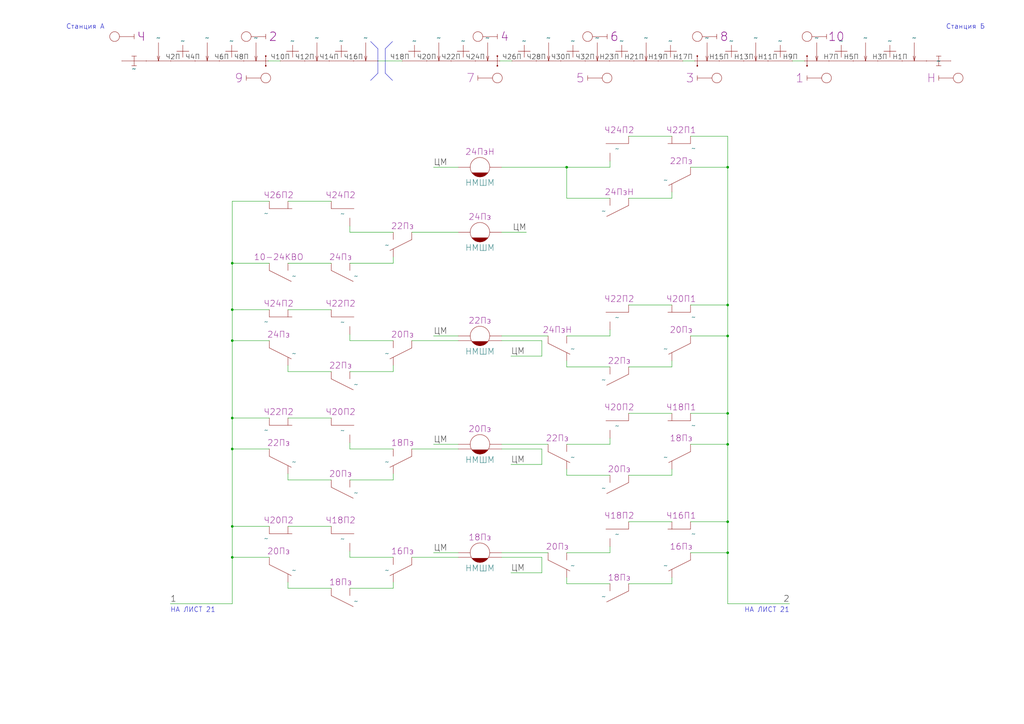
<source format=kicad_sch>
(kicad_sch (version 20250114) (generator "eeschema") (generator_version "9.0")
  (paper "A3")
  (title_block (title "Станция А") (company "МКТ РУТ (МИИТ)") (comment 1 "КП 27.02.03.03.000 ГЧ") (comment 2 "Сафранович") (comment 3 "Бузунова"))
  (lib_symbols
    (symbol "SCB:Изостык" (pin_numbers (hide yes)) (pin_names (offset 0) (hide yes))
      (symbol "Изостык_1_1"
        (unit_name "Одиночный")
        (pin unspecified line (at 0 0 90) (length 0) (name "привязка") (number ""))
      )
      (symbol "Изостык_2_1"
        (unit_name "Со светофором")
        (pin unspecified line (at -5 0 0) (length 0) (name "привязка") (number ""))
        (pin unspecified line (at 5 0 180) (length 0) (name "") (number ""))
      )
    )
    (symbol "SCB:Светофор" (pin_numbers (hide yes)) (pin_names (offset 0) (hide yes))
      (property "Литера" "?" (at 3 0 0))
    )
    (symbol "SCB:УКСПС" (pin_numbers (hide yes)) (pin_names (offset 0) (hide yes))
      (property "Литера" "?УКСПС" (at 0 6 0))
      (symbol "УКСПС_1_1"
        (unit_name "Без направления")
        (pin unspecified line (at 0 0 90) (length 0) (name "привязка") (number ""))
      )
      (symbol "УКСПС_2_1"
        (unit_name "С направлением")
        (pin unspecified line (at 0 0 90) (length 0) (name "привязка") (number ""))
      )
    )
    (symbol "SCB_Legacy:Контакт_нейтрального_якоря_НЗ_бн" (pin_numbers (hide yes)) (pin_names (hide yes))
      (property "Обозначение реле" "Н" (at 0 2.54 0))
      (symbol "Контакт_нейтрального_якоря_НЗ_бн_0_1"
        (pin bidirectional line (at -3.81 0 270) (length 3) (name "") (number "1"))
      )
      (symbol "Контакт_нейтрального_якоря_НЗ_бн_1_1"
        (unit_name "Фронтовой-Тыловой")
        (pin bidirectional line (at 3.81 0 270) (length 3) (name "") (number "2"))
        (pin bidirectional line (at 3.81 -10.16 90) (length 3.3) (name "") (number "3"))
      )
      (symbol "Контакт_нейтрального_якоря_НЗ_бн_2_1"
        (unit_name "Тыловой")
        (pin bidirectional line (at 3.81 -10.16 90) (length 3.3) (name "") (number "3"))
      )
      (symbol "Контакт_нейтрального_якоря_НЗ_бн_3_1"
        (unit_name "Фронтовой")
        (pin bidirectional line (at 3.81 0 270) (length 3) (name "") (number "2"))
      )
      (symbol "Контакт_нейтрального_якоря_НЗ_бн_4_1"
        (unit_name "Усиленный перелючающий")
        (pin bidirectional line (at -3.81 0 270) (length 3) (name "") (number "1"))
        (pin bidirectional line (at 8.89 0 180) (length 2) (name "") (number "2"))
        (pin bidirectional line (at 8.89 -10.16 180) (length 2) (name "") (number "3"))
      )
      (symbol "Контакт_нейтрального_якоря_НЗ_бн_5_1"
        (unit_name "Усиленный замыкающий")
        (pin bidirectional line (at 8.89 0 180) (length 2) (name "") (number "2"))
      )
      (symbol "Контакт_нейтрального_якоря_НЗ_бн_6_1"
        (unit_name "Усиленный размыкающий")
        (pin bidirectional line (at 8.89 -10.16 180) (length 2) (name "") (number "3"))
      )
      (symbol "Контакт_нейтрального_якоря_НЗ_бн_7_1"
        (unit_name "С магнитным гашением")
        (pin bidirectional line (at 3.81 -10.16 90) (length 3.3) (name "") (number "3"))
        (pin bidirectional line (at 12.7 0 180) (length 2) (name "") (number "2"))
      )
      (symbol "Контакт_нейтрального_якоря_НЗ_бн_8_1"
        (unit_name "С безобрывным переключением")
        (pin bidirectional line (at 3.81 0 270) (length 3) (name "") (number "2"))
        (pin bidirectional line (at 3.81 -10.16 90) (length 3.3) (name "") (number "3"))
      )
    )
    (symbol "SCB_Legacy:Контакт_нейтрального_якоря_бн" (pin_numbers (hide yes)) (pin_names (hide yes))
      (property "Обозначение реле" "Н" (at 0 2.54 0))
      (symbol "Контакт_нейтрального_якоря_бн_0_1"
        (pin bidirectional line (at -3.81 0 270) (length 3) (name "") (number "1"))
      )
      (symbol "Контакт_нейтрального_якоря_бн_1_1"
        (unit_name "Фронтовой-Тыловой")
        (pin bidirectional line (at 3.81 0 270) (length 3) (name "") (number "2"))
        (pin bidirectional line (at 3.81 -10.16 90) (length 3.3) (name "") (number "3"))
      )
      (symbol "Контакт_нейтрального_якоря_бн_2_1"
        (unit_name "Тыловой")
        (pin bidirectional line (at 3.81 -10.16 90) (length 3.3) (name "") (number "3"))
      )
      (symbol "Контакт_нейтрального_якоря_бн_3_1"
        (unit_name "Фронтовой")
        (pin bidirectional line (at 3.81 0 270) (length 3) (name "") (number "2"))
      )
      (symbol "Контакт_нейтрального_якоря_бн_4_1"
        (unit_name "Усиленный перелючающий")
        (pin bidirectional line (at -3.81 0 270) (length 3) (name "") (number "1"))
        (pin bidirectional line (at 8.89 0 180) (length 2) (name "") (number "2"))
        (pin bidirectional line (at 8.89 -10.16 180) (length 2) (name "") (number "3"))
      )
      (symbol "Контакт_нейтрального_якоря_бн_5_1"
        (unit_name "Усиленный замыкающий")
        (pin bidirectional line (at 8.89 0 180) (length 2) (name "") (number "2"))
      )
      (symbol "Контакт_нейтрального_якоря_бн_6_1"
        (unit_name "Усиленный размыкающий")
        (pin bidirectional line (at 8.89 -10.16 180) (length 2) (name "") (number "3"))
      )
      (symbol "Контакт_нейтрального_якоря_бн_7_1"
        (unit_name "С магнитным гашением")
        (pin bidirectional line (at 3.81 -10.16 90) (length 3.3) (name "") (number "3"))
        (pin bidirectional line (at 12.7 0 180) (length 2) (name "") (number "2"))
      )
      (symbol "Контакт_нейтрального_якоря_бн_8_1"
        (unit_name "С безобрывным переключением")
        (pin bidirectional line (at 3.81 0 270) (length 3) (name "") (number "2"))
        (pin bidirectional line (at 3.81 -10.16 90) (length 3.3) (name "") (number "3"))
      )
      (symbol "Контакт_нейтрального_якоря_бн_9_1"
        (unit_name "Фронтовой-тыловой термолемента")
        (pin bidirectional line (at 3.81 0 270) (length 3) (name "") (number "2"))
        (pin bidirectional line (at 3.81 -10.16 90) (length 3.3) (name "") (number "3"))
      )
      (symbol "Контакт_нейтрального_якоря_бн_10_1"
        (unit_name "Тыловой термолемента")
        (pin bidirectional line (at 3.81 -10.16 90) (length 3.3) (name "") (number "3"))
      )
      (symbol "Контакт_нейтрального_якоря_бн_11_1"
        (unit_name "Фронтовой термолемента")
        (pin bidirectional line (at 3.81 0 270) (length 3) (name "") (number "2"))
      )
    )
    (symbol "SCB_Relay:Нейтральное_с_замедлением_на_отпуск" (pin_numbers (hide yes)) (pin_names (offset 0.002) (hide yes))
      (property "Value" "НМШМ" (at 0 -6.35 0))
      (property "Обозначение реле" "Н" (at 0 6.35 0))
      (symbol "Нейтральное_с_замедлением_на_отпуск_1_1"
        (unit_name "Общее")
        (pin power_in line (at -8.89 0 0) (length 4.8) (name "") (number "1"))
        (pin power_in line (at 8.89 0 180) (length 4.8) (name "") (number "4"))
      )
      (symbol "Нейтральное_с_замедлением_на_отпуск_2_1"
        (unit_name "С раздельными")
        (pin power_in line (at -8.89 0 0) (length 4.8) (name "") (number "1"))
        (pin power_in line (at -8.89 -1.905 0) (length 5.3) (name "") (number "2"))
        (pin power_in line (at 8.89 0 180) (length 4.8) (name "") (number "3"))
        (pin power_in line (at 8.89 -1.905 180) (length 5.3) (name "") (number "4"))
      )
    )
    (symbol "SCB_АБТЦ:Генератор_Нитки"
      (symbol "Генератор_Нитки_1_1"
        (pin unspecified line (at -5 0 0) (length 0) (name "") (number ""))
        (pin unspecified line (at 5 0 180) (length 0) (name "") (number ""))
      )
    )
    (symbol "SCB_АБТЦ:Приемник_Нитки"
      (symbol "Приемник_Нитки_1_1"
        (pin unspecified line (at -5 0 0) (length 0) (name "") (number ""))
        (pin unspecified line (at 5 0 180) (length 0) (name "") (number ""))
      )
    )
    (symbol "Контакт_нейтрального_якоря_НЗ_бн_1" (pin_numbers (hide yes)) (pin_names (hide yes))
      (property "Обозначение реле" "Н" (at 0 2.54 0))
      (symbol "Контакт_нейтрального_якоря_НЗ_бн_1_0_1"
        (pin bidirectional line (at -3.81 0 270) (length 3) (name "") (number "1"))
      )
      (symbol "Контакт_нейтрального_якоря_НЗ_бн_1_1_1"
        (unit_name "Фронтовой-Тыловой")
        (pin bidirectional line (at 3.81 0 270) (length 3) (name "") (number "2"))
        (pin bidirectional line (at 3.81 -10.16 90) (length 3.3) (name "") (number "3"))
      )
      (symbol "Контакт_нейтрального_якоря_НЗ_бн_1_2_1"
        (unit_name "Тыловой")
        (pin bidirectional line (at 3.81 -10.16 90) (length 3.3) (name "") (number "3"))
      )
      (symbol "Контакт_нейтрального_якоря_НЗ_бн_1_3_1"
        (unit_name "Фронтовой")
        (pin bidirectional line (at 3.81 0 270) (length 3) (name "") (number "2"))
      )
      (symbol "Контакт_нейтрального_якоря_НЗ_бн_1_4_1"
        (unit_name "Усиленный перелючающий")
        (pin bidirectional line (at -3.81 0 270) (length 3) (name "") (number "1"))
        (pin bidirectional line (at 8.89 0 180) (length 2) (name "") (number "2"))
        (pin bidirectional line (at 8.89 -10.16 180) (length 2) (name "") (number "3"))
      )
      (symbol "Контакт_нейтрального_якоря_НЗ_бн_1_5_1"
        (unit_name "Усиленный замыкающий")
        (pin bidirectional line (at 8.89 0 180) (length 2) (name "") (number "2"))
      )
      (symbol "Контакт_нейтрального_якоря_НЗ_бн_1_6_1"
        (unit_name "Усиленный размыкающий")
        (pin bidirectional line (at 8.89 -10.16 180) (length 2) (name "") (number "3"))
      )
      (symbol "Контакт_нейтрального_якоря_НЗ_бн_1_7_1"
        (unit_name "С магнитным гашением")
        (pin bidirectional line (at 3.81 -10.16 90) (length 3.3) (name "") (number "3"))
        (pin bidirectional line (at 12.7 0 180) (length 2) (name "") (number "2"))
      )
      (symbol "Контакт_нейтрального_якоря_НЗ_бн_1_8_1"
        (unit_name "С безобрывным переключением")
        (pin bidirectional line (at 3.81 0 270) (length 3) (name "") (number "2"))
        (pin bidirectional line (at 3.81 -10.16 90) (length 3.3) (name "") (number "3"))
      )
    )
    (symbol "Контакт_нейтрального_якоря_НЗ_бн_10" (pin_numbers (hide yes)) (pin_names (hide yes))
      (property "Обозначение реле" "Н" (at 0 2.54 0))
      (symbol "Контакт_нейтрального_якоря_НЗ_бн_10_0_1"
        (pin bidirectional line (at -3.81 0 270) (length 3) (name "") (number "1"))
      )
      (symbol "Контакт_нейтрального_якоря_НЗ_бн_10_1_1"
        (unit_name "Фронтовой-Тыловой")
        (pin bidirectional line (at 3.81 0 270) (length 3) (name "") (number "2"))
        (pin bidirectional line (at 3.81 -10.16 90) (length 3.3) (name "") (number "3"))
      )
      (symbol "Контакт_нейтрального_якоря_НЗ_бн_10_2_1"
        (unit_name "Тыловой")
        (pin bidirectional line (at 3.81 -10.16 90) (length 3.3) (name "") (number "3"))
      )
      (symbol "Контакт_нейтрального_якоря_НЗ_бн_10_3_1"
        (unit_name "Фронтовой")
        (pin bidirectional line (at 3.81 0 270) (length 3) (name "") (number "2"))
      )
      (symbol "Контакт_нейтрального_якоря_НЗ_бн_10_4_1"
        (unit_name "Усиленный перелючающий")
        (pin bidirectional line (at -3.81 0 270) (length 3) (name "") (number "1"))
        (pin bidirectional line (at 8.89 0 180) (length 2) (name "") (number "2"))
        (pin bidirectional line (at 8.89 -10.16 180) (length 2) (name "") (number "3"))
      )
      (symbol "Контакт_нейтрального_якоря_НЗ_бн_10_5_1"
        (unit_name "Усиленный замыкающий")
        (pin bidirectional line (at 8.89 0 180) (length 2) (name "") (number "2"))
      )
      (symbol "Контакт_нейтрального_якоря_НЗ_бн_10_6_1"
        (unit_name "Усиленный размыкающий")
        (pin bidirectional line (at 8.89 -10.16 180) (length 2) (name "") (number "3"))
      )
      (symbol "Контакт_нейтрального_якоря_НЗ_бн_10_7_1"
        (unit_name "С магнитным гашением")
        (pin bidirectional line (at 3.81 -10.16 90) (length 3.3) (name "") (number "3"))
        (pin bidirectional line (at 12.7 0 180) (length 2) (name "") (number "2"))
      )
      (symbol "Контакт_нейтрального_якоря_НЗ_бн_10_8_1"
        (unit_name "С безобрывным переключением")
        (pin bidirectional line (at 3.81 0 270) (length 3) (name "") (number "2"))
        (pin bidirectional line (at 3.81 -10.16 90) (length 3.3) (name "") (number "3"))
      )
    )
    (symbol "Контакт_нейтрального_якоря_НЗ_бн_11" (pin_numbers (hide yes)) (pin_names (hide yes))
      (property "Обозначение реле" "Н" (at 0 2.54 0))
      (symbol "Контакт_нейтрального_якоря_НЗ_бн_11_0_1"
        (pin bidirectional line (at -3.81 0 270) (length 3) (name "") (number "1"))
      )
      (symbol "Контакт_нейтрального_якоря_НЗ_бн_11_1_1"
        (unit_name "Фронтовой-Тыловой")
        (pin bidirectional line (at 3.81 0 270) (length 3) (name "") (number "2"))
        (pin bidirectional line (at 3.81 -10.16 90) (length 3.3) (name "") (number "3"))
      )
      (symbol "Контакт_нейтрального_якоря_НЗ_бн_11_2_1"
        (unit_name "Тыловой")
        (pin bidirectional line (at 3.81 -10.16 90) (length 3.3) (name "") (number "3"))
      )
      (symbol "Контакт_нейтрального_якоря_НЗ_бн_11_3_1"
        (unit_name "Фронтовой")
        (pin bidirectional line (at 3.81 0 270) (length 3) (name "") (number "2"))
      )
      (symbol "Контакт_нейтрального_якоря_НЗ_бн_11_4_1"
        (unit_name "Усиленный перелючающий")
        (pin bidirectional line (at -3.81 0 270) (length 3) (name "") (number "1"))
        (pin bidirectional line (at 8.89 0 180) (length 2) (name "") (number "2"))
        (pin bidirectional line (at 8.89 -10.16 180) (length 2) (name "") (number "3"))
      )
      (symbol "Контакт_нейтрального_якоря_НЗ_бн_11_5_1"
        (unit_name "Усиленный замыкающий")
        (pin bidirectional line (at 8.89 0 180) (length 2) (name "") (number "2"))
      )
      (symbol "Контакт_нейтрального_якоря_НЗ_бн_11_6_1"
        (unit_name "Усиленный размыкающий")
        (pin bidirectional line (at 8.89 -10.16 180) (length 2) (name "") (number "3"))
      )
      (symbol "Контакт_нейтрального_якоря_НЗ_бн_11_7_1"
        (unit_name "С магнитным гашением")
        (pin bidirectional line (at 3.81 -10.16 90) (length 3.3) (name "") (number "3"))
        (pin bidirectional line (at 12.7 0 180) (length 2) (name "") (number "2"))
      )
      (symbol "Контакт_нейтрального_якоря_НЗ_бн_11_8_1"
        (unit_name "С безобрывным переключением")
        (pin bidirectional line (at 3.81 0 270) (length 3) (name "") (number "2"))
        (pin bidirectional line (at 3.81 -10.16 90) (length 3.3) (name "") (number "3"))
      )
    )
    (symbol "Контакт_нейтрального_якоря_НЗ_бн_12" (pin_numbers (hide yes)) (pin_names (hide yes))
      (property "Обозначение реле" "Н" (at 0 2.54 0))
      (symbol "Контакт_нейтрального_якоря_НЗ_бн_12_0_1"
        (pin bidirectional line (at -3.81 0 270) (length 3) (name "") (number "1"))
      )
      (symbol "Контакт_нейтрального_якоря_НЗ_бн_12_1_1"
        (unit_name "Фронтовой-Тыловой")
        (pin bidirectional line (at 3.81 0 270) (length 3) (name "") (number "2"))
        (pin bidirectional line (at 3.81 -10.16 90) (length 3.3) (name "") (number "3"))
      )
      (symbol "Контакт_нейтрального_якоря_НЗ_бн_12_2_1"
        (unit_name "Тыловой")
        (pin bidirectional line (at 3.81 -10.16 90) (length 3.3) (name "") (number "3"))
      )
      (symbol "Контакт_нейтрального_якоря_НЗ_бн_12_3_1"
        (unit_name "Фронтовой")
        (pin bidirectional line (at 3.81 0 270) (length 3) (name "") (number "2"))
      )
      (symbol "Контакт_нейтрального_якоря_НЗ_бн_12_4_1"
        (unit_name "Усиленный перелючающий")
        (pin bidirectional line (at -3.81 0 270) (length 3) (name "") (number "1"))
        (pin bidirectional line (at 8.89 0 180) (length 2) (name "") (number "2"))
        (pin bidirectional line (at 8.89 -10.16 180) (length 2) (name "") (number "3"))
      )
      (symbol "Контакт_нейтрального_якоря_НЗ_бн_12_5_1"
        (unit_name "Усиленный замыкающий")
        (pin bidirectional line (at 8.89 0 180) (length 2) (name "") (number "2"))
      )
      (symbol "Контакт_нейтрального_якоря_НЗ_бн_12_6_1"
        (unit_name "Усиленный размыкающий")
        (pin bidirectional line (at 8.89 -10.16 180) (length 2) (name "") (number "3"))
      )
      (symbol "Контакт_нейтрального_якоря_НЗ_бн_12_7_1"
        (unit_name "С магнитным гашением")
        (pin bidirectional line (at 3.81 -10.16 90) (length 3.3) (name "") (number "3"))
        (pin bidirectional line (at 12.7 0 180) (length 2) (name "") (number "2"))
      )
      (symbol "Контакт_нейтрального_якоря_НЗ_бн_12_8_1"
        (unit_name "С безобрывным переключением")
        (pin bidirectional line (at 3.81 0 270) (length 3) (name "") (number "2"))
        (pin bidirectional line (at 3.81 -10.16 90) (length 3.3) (name "") (number "3"))
      )
    )
    (symbol "Контакт_нейтрального_якоря_НЗ_бн_13" (pin_numbers (hide yes)) (pin_names (hide yes))
      (property "Обозначение реле" "Н" (at 0 2.54 0))
      (symbol "Контакт_нейтрального_якоря_НЗ_бн_13_0_1"
        (pin bidirectional line (at -3.81 0 270) (length 3) (name "") (number "1"))
      )
      (symbol "Контакт_нейтрального_якоря_НЗ_бн_13_1_1"
        (unit_name "Фронтовой-Тыловой")
        (pin bidirectional line (at 3.81 0 270) (length 3) (name "") (number "2"))
        (pin bidirectional line (at 3.81 -10.16 90) (length 3.3) (name "") (number "3"))
      )
      (symbol "Контакт_нейтрального_якоря_НЗ_бн_13_2_1"
        (unit_name "Тыловой")
        (pin bidirectional line (at 3.81 -10.16 90) (length 3.3) (name "") (number "3"))
      )
      (symbol "Контакт_нейтрального_якоря_НЗ_бн_13_3_1"
        (unit_name "Фронтовой")
        (pin bidirectional line (at 3.81 0 270) (length 3) (name "") (number "2"))
      )
      (symbol "Контакт_нейтрального_якоря_НЗ_бн_13_4_1"
        (unit_name "Усиленный перелючающий")
        (pin bidirectional line (at -3.81 0 270) (length 3) (name "") (number "1"))
        (pin bidirectional line (at 8.89 0 180) (length 2) (name "") (number "2"))
        (pin bidirectional line (at 8.89 -10.16 180) (length 2) (name "") (number "3"))
      )
      (symbol "Контакт_нейтрального_якоря_НЗ_бн_13_5_1"
        (unit_name "Усиленный замыкающий")
        (pin bidirectional line (at 8.89 0 180) (length 2) (name "") (number "2"))
      )
      (symbol "Контакт_нейтрального_якоря_НЗ_бн_13_6_1"
        (unit_name "Усиленный размыкающий")
        (pin bidirectional line (at 8.89 -10.16 180) (length 2) (name "") (number "3"))
      )
      (symbol "Контакт_нейтрального_якоря_НЗ_бн_13_7_1"
        (unit_name "С магнитным гашением")
        (pin bidirectional line (at 3.81 -10.16 90) (length 3.3) (name "") (number "3"))
        (pin bidirectional line (at 12.7 0 180) (length 2) (name "") (number "2"))
      )
      (symbol "Контакт_нейтрального_якоря_НЗ_бн_13_8_1"
        (unit_name "С безобрывным переключением")
        (pin bidirectional line (at 3.81 0 270) (length 3) (name "") (number "2"))
        (pin bidirectional line (at 3.81 -10.16 90) (length 3.3) (name "") (number "3"))
      )
    )
    (symbol "Контакт_нейтрального_якоря_НЗ_бн_14" (pin_numbers (hide yes)) (pin_names (hide yes))
      (property "Обозначение реле" "Н" (at 0 2.54 0))
      (symbol "Контакт_нейтрального_якоря_НЗ_бн_14_0_1"
        (pin bidirectional line (at -3.81 0 270) (length 3) (name "") (number "1"))
      )
      (symbol "Контакт_нейтрального_якоря_НЗ_бн_14_1_1"
        (unit_name "Фронтовой-Тыловой")
        (pin bidirectional line (at 3.81 0 270) (length 3) (name "") (number "2"))
        (pin bidirectional line (at 3.81 -10.16 90) (length 3.3) (name "") (number "3"))
      )
      (symbol "Контакт_нейтрального_якоря_НЗ_бн_14_2_1"
        (unit_name "Тыловой")
        (pin bidirectional line (at 3.81 -10.16 90) (length 3.3) (name "") (number "3"))
      )
      (symbol "Контакт_нейтрального_якоря_НЗ_бн_14_3_1"
        (unit_name "Фронтовой")
        (pin bidirectional line (at 3.81 0 270) (length 3) (name "") (number "2"))
      )
      (symbol "Контакт_нейтрального_якоря_НЗ_бн_14_4_1"
        (unit_name "Усиленный перелючающий")
        (pin bidirectional line (at -3.81 0 270) (length 3) (name "") (number "1"))
        (pin bidirectional line (at 8.89 0 180) (length 2) (name "") (number "2"))
        (pin bidirectional line (at 8.89 -10.16 180) (length 2) (name "") (number "3"))
      )
      (symbol "Контакт_нейтрального_якоря_НЗ_бн_14_5_1"
        (unit_name "Усиленный замыкающий")
        (pin bidirectional line (at 8.89 0 180) (length 2) (name "") (number "2"))
      )
      (symbol "Контакт_нейтрального_якоря_НЗ_бн_14_6_1"
        (unit_name "Усиленный размыкающий")
        (pin bidirectional line (at 8.89 -10.16 180) (length 2) (name "") (number "3"))
      )
      (symbol "Контакт_нейтрального_якоря_НЗ_бн_14_7_1"
        (unit_name "С магнитным гашением")
        (pin bidirectional line (at 3.81 -10.16 90) (length 3.3) (name "") (number "3"))
        (pin bidirectional line (at 12.7 0 180) (length 2) (name "") (number "2"))
      )
      (symbol "Контакт_нейтрального_якоря_НЗ_бн_14_8_1"
        (unit_name "С безобрывным переключением")
        (pin bidirectional line (at 3.81 0 270) (length 3) (name "") (number "2"))
        (pin bidirectional line (at 3.81 -10.16 90) (length 3.3) (name "") (number "3"))
      )
    )
    (symbol "Контакт_нейтрального_якоря_НЗ_бн_15" (pin_numbers (hide yes)) (pin_names (hide yes))
      (property "Обозначение реле" "Н" (at 0 2.54 0))
      (symbol "Контакт_нейтрального_якоря_НЗ_бн_15_0_1"
        (pin bidirectional line (at -3.81 0 270) (length 3) (name "") (number "1"))
      )
      (symbol "Контакт_нейтрального_якоря_НЗ_бн_15_1_1"
        (unit_name "Фронтовой-Тыловой")
        (pin bidirectional line (at 3.81 0 270) (length 3) (name "") (number "2"))
        (pin bidirectional line (at 3.81 -10.16 90) (length 3.3) (name "") (number "3"))
      )
      (symbol "Контакт_нейтрального_якоря_НЗ_бн_15_2_1"
        (unit_name "Тыловой")
        (pin bidirectional line (at 3.81 -10.16 90) (length 3.3) (name "") (number "3"))
      )
      (symbol "Контакт_нейтрального_якоря_НЗ_бн_15_3_1"
        (unit_name "Фронтовой")
        (pin bidirectional line (at 3.81 0 270) (length 3) (name "") (number "2"))
      )
      (symbol "Контакт_нейтрального_якоря_НЗ_бн_15_4_1"
        (unit_name "Усиленный перелючающий")
        (pin bidirectional line (at -3.81 0 270) (length 3) (name "") (number "1"))
        (pin bidirectional line (at 8.89 0 180) (length 2) (name "") (number "2"))
        (pin bidirectional line (at 8.89 -10.16 180) (length 2) (name "") (number "3"))
      )
      (symbol "Контакт_нейтрального_якоря_НЗ_бн_15_5_1"
        (unit_name "Усиленный замыкающий")
        (pin bidirectional line (at 8.89 0 180) (length 2) (name "") (number "2"))
      )
      (symbol "Контакт_нейтрального_якоря_НЗ_бн_15_6_1"
        (unit_name "Усиленный размыкающий")
        (pin bidirectional line (at 8.89 -10.16 180) (length 2) (name "") (number "3"))
      )
      (symbol "Контакт_нейтрального_якоря_НЗ_бн_15_7_1"
        (unit_name "С магнитным гашением")
        (pin bidirectional line (at 3.81 -10.16 90) (length 3.3) (name "") (number "3"))
        (pin bidirectional line (at 12.7 0 180) (length 2) (name "") (number "2"))
      )
      (symbol "Контакт_нейтрального_якоря_НЗ_бн_15_8_1"
        (unit_name "С безобрывным переключением")
        (pin bidirectional line (at 3.81 0 270) (length 3) (name "") (number "2"))
        (pin bidirectional line (at 3.81 -10.16 90) (length 3.3) (name "") (number "3"))
      )
    )
    (symbol "Контакт_нейтрального_якоря_НЗ_бн_2" (pin_numbers (hide yes)) (pin_names (hide yes))
      (property "Обозначение реле" "Н" (at 0 2.54 0))
      (symbol "Контакт_нейтрального_якоря_НЗ_бн_2_0_1"
        (pin bidirectional line (at -3.81 0 270) (length 3) (name "") (number "1"))
      )
      (symbol "Контакт_нейтрального_якоря_НЗ_бн_2_1_1"
        (unit_name "Фронтовой-Тыловой")
        (pin bidirectional line (at 3.81 0 270) (length 3) (name "") (number "2"))
        (pin bidirectional line (at 3.81 -10.16 90) (length 3.3) (name "") (number "3"))
      )
      (symbol "Контакт_нейтрального_якоря_НЗ_бн_2_2_1"
        (unit_name "Тыловой")
        (pin bidirectional line (at 3.81 -10.16 90) (length 3.3) (name "") (number "3"))
      )
      (symbol "Контакт_нейтрального_якоря_НЗ_бн_2_3_1"
        (unit_name "Фронтовой")
        (pin bidirectional line (at 3.81 0 270) (length 3) (name "") (number "2"))
      )
      (symbol "Контакт_нейтрального_якоря_НЗ_бн_2_4_1"
        (unit_name "Усиленный перелючающий")
        (pin bidirectional line (at -3.81 0 270) (length 3) (name "") (number "1"))
        (pin bidirectional line (at 8.89 0 180) (length 2) (name "") (number "2"))
        (pin bidirectional line (at 8.89 -10.16 180) (length 2) (name "") (number "3"))
      )
      (symbol "Контакт_нейтрального_якоря_НЗ_бн_2_5_1"
        (unit_name "Усиленный замыкающий")
        (pin bidirectional line (at 8.89 0 180) (length 2) (name "") (number "2"))
      )
      (symbol "Контакт_нейтрального_якоря_НЗ_бн_2_6_1"
        (unit_name "Усиленный размыкающий")
        (pin bidirectional line (at 8.89 -10.16 180) (length 2) (name "") (number "3"))
      )
      (symbol "Контакт_нейтрального_якоря_НЗ_бн_2_7_1"
        (unit_name "С магнитным гашением")
        (pin bidirectional line (at 3.81 -10.16 90) (length 3.3) (name "") (number "3"))
        (pin bidirectional line (at 12.7 0 180) (length 2) (name "") (number "2"))
      )
      (symbol "Контакт_нейтрального_якоря_НЗ_бн_2_8_1"
        (unit_name "С безобрывным переключением")
        (pin bidirectional line (at 3.81 0 270) (length 3) (name "") (number "2"))
        (pin bidirectional line (at 3.81 -10.16 90) (length 3.3) (name "") (number "3"))
      )
    )
    (symbol "Контакт_нейтрального_якоря_НЗ_бн_3" (pin_numbers (hide yes)) (pin_names (hide yes))
      (property "Обозначение реле" "Н" (at 0 2.54 0))
      (symbol "Контакт_нейтрального_якоря_НЗ_бн_3_0_1"
        (pin bidirectional line (at -3.81 0 270) (length 3) (name "") (number "1"))
      )
      (symbol "Контакт_нейтрального_якоря_НЗ_бн_3_1_1"
        (unit_name "Фронтовой-Тыловой")
        (pin bidirectional line (at 3.81 0 270) (length 3) (name "") (number "2"))
        (pin bidirectional line (at 3.81 -10.16 90) (length 3.3) (name "") (number "3"))
      )
      (symbol "Контакт_нейтрального_якоря_НЗ_бн_3_2_1"
        (unit_name "Тыловой")
        (pin bidirectional line (at 3.81 -10.16 90) (length 3.3) (name "") (number "3"))
      )
      (symbol "Контакт_нейтрального_якоря_НЗ_бн_3_3_1"
        (unit_name "Фронтовой")
        (pin bidirectional line (at 3.81 0 270) (length 3) (name "") (number "2"))
      )
      (symbol "Контакт_нейтрального_якоря_НЗ_бн_3_4_1"
        (unit_name "Усиленный перелючающий")
        (pin bidirectional line (at -3.81 0 270) (length 3) (name "") (number "1"))
        (pin bidirectional line (at 8.89 0 180) (length 2) (name "") (number "2"))
        (pin bidirectional line (at 8.89 -10.16 180) (length 2) (name "") (number "3"))
      )
      (symbol "Контакт_нейтрального_якоря_НЗ_бн_3_5_1"
        (unit_name "Усиленный замыкающий")
        (pin bidirectional line (at 8.89 0 180) (length 2) (name "") (number "2"))
      )
      (symbol "Контакт_нейтрального_якоря_НЗ_бн_3_6_1"
        (unit_name "Усиленный размыкающий")
        (pin bidirectional line (at 8.89 -10.16 180) (length 2) (name "") (number "3"))
      )
      (symbol "Контакт_нейтрального_якоря_НЗ_бн_3_7_1"
        (unit_name "С магнитным гашением")
        (pin bidirectional line (at 3.81 -10.16 90) (length 3.3) (name "") (number "3"))
        (pin bidirectional line (at 12.7 0 180) (length 2) (name "") (number "2"))
      )
      (symbol "Контакт_нейтрального_якоря_НЗ_бн_3_8_1"
        (unit_name "С безобрывным переключением")
        (pin bidirectional line (at 3.81 0 270) (length 3) (name "") (number "2"))
        (pin bidirectional line (at 3.81 -10.16 90) (length 3.3) (name "") (number "3"))
      )
    )
    (symbol "Контакт_нейтрального_якоря_НЗ_бн_4" (pin_numbers (hide yes)) (pin_names (hide yes))
      (property "Обозначение реле" "Н" (at 0 2.54 0))
      (symbol "Контакт_нейтрального_якоря_НЗ_бн_4_0_1"
        (pin bidirectional line (at -3.81 0 270) (length 3) (name "") (number "1"))
      )
      (symbol "Контакт_нейтрального_якоря_НЗ_бн_4_1_1"
        (unit_name "Фронтовой-Тыловой")
        (pin bidirectional line (at 3.81 0 270) (length 3) (name "") (number "2"))
        (pin bidirectional line (at 3.81 -10.16 90) (length 3.3) (name "") (number "3"))
      )
      (symbol "Контакт_нейтрального_якоря_НЗ_бн_4_2_1"
        (unit_name "Тыловой")
        (pin bidirectional line (at 3.81 -10.16 90) (length 3.3) (name "") (number "3"))
      )
      (symbol "Контакт_нейтрального_якоря_НЗ_бн_4_3_1"
        (unit_name "Фронтовой")
        (pin bidirectional line (at 3.81 0 270) (length 3) (name "") (number "2"))
      )
      (symbol "Контакт_нейтрального_якоря_НЗ_бн_4_4_1"
        (unit_name "Усиленный перелючающий")
        (pin bidirectional line (at -3.81 0 270) (length 3) (name "") (number "1"))
        (pin bidirectional line (at 8.89 0 180) (length 2) (name "") (number "2"))
        (pin bidirectional line (at 8.89 -10.16 180) (length 2) (name "") (number "3"))
      )
      (symbol "Контакт_нейтрального_якоря_НЗ_бн_4_5_1"
        (unit_name "Усиленный замыкающий")
        (pin bidirectional line (at 8.89 0 180) (length 2) (name "") (number "2"))
      )
      (symbol "Контакт_нейтрального_якоря_НЗ_бн_4_6_1"
        (unit_name "Усиленный размыкающий")
        (pin bidirectional line (at 8.89 -10.16 180) (length 2) (name "") (number "3"))
      )
      (symbol "Контакт_нейтрального_якоря_НЗ_бн_4_7_1"
        (unit_name "С магнитным гашением")
        (pin bidirectional line (at 3.81 -10.16 90) (length 3.3) (name "") (number "3"))
        (pin bidirectional line (at 12.7 0 180) (length 2) (name "") (number "2"))
      )
      (symbol "Контакт_нейтрального_якоря_НЗ_бн_4_8_1"
        (unit_name "С безобрывным переключением")
        (pin bidirectional line (at 3.81 0 270) (length 3) (name "") (number "2"))
        (pin bidirectional line (at 3.81 -10.16 90) (length 3.3) (name "") (number "3"))
      )
    )
    (symbol "Контакт_нейтрального_якоря_НЗ_бн_5" (pin_numbers (hide yes)) (pin_names (hide yes))
      (property "Обозначение реле" "Н" (at 0 2.54 0))
      (symbol "Контакт_нейтрального_якоря_НЗ_бн_5_0_1"
        (pin bidirectional line (at -3.81 0 270) (length 3) (name "") (number "1"))
      )
      (symbol "Контакт_нейтрального_якоря_НЗ_бн_5_1_1"
        (unit_name "Фронтовой-Тыловой")
        (pin bidirectional line (at 3.81 0 270) (length 3) (name "") (number "2"))
        (pin bidirectional line (at 3.81 -10.16 90) (length 3.3) (name "") (number "3"))
      )
      (symbol "Контакт_нейтрального_якоря_НЗ_бн_5_2_1"
        (unit_name "Тыловой")
        (pin bidirectional line (at 3.81 -10.16 90) (length 3.3) (name "") (number "3"))
      )
      (symbol "Контакт_нейтрального_якоря_НЗ_бн_5_3_1"
        (unit_name "Фронтовой")
        (pin bidirectional line (at 3.81 0 270) (length 3) (name "") (number "2"))
      )
      (symbol "Контакт_нейтрального_якоря_НЗ_бн_5_4_1"
        (unit_name "Усиленный перелючающий")
        (pin bidirectional line (at -3.81 0 270) (length 3) (name "") (number "1"))
        (pin bidirectional line (at 8.89 0 180) (length 2) (name "") (number "2"))
        (pin bidirectional line (at 8.89 -10.16 180) (length 2) (name "") (number "3"))
      )
      (symbol "Контакт_нейтрального_якоря_НЗ_бн_5_5_1"
        (unit_name "Усиленный замыкающий")
        (pin bidirectional line (at 8.89 0 180) (length 2) (name "") (number "2"))
      )
      (symbol "Контакт_нейтрального_якоря_НЗ_бн_5_6_1"
        (unit_name "Усиленный размыкающий")
        (pin bidirectional line (at 8.89 -10.16 180) (length 2) (name "") (number "3"))
      )
      (symbol "Контакт_нейтрального_якоря_НЗ_бн_5_7_1"
        (unit_name "С магнитным гашением")
        (pin bidirectional line (at 3.81 -10.16 90) (length 3.3) (name "") (number "3"))
        (pin bidirectional line (at 12.7 0 180) (length 2) (name "") (number "2"))
      )
      (symbol "Контакт_нейтрального_якоря_НЗ_бн_5_8_1"
        (unit_name "С безобрывным переключением")
        (pin bidirectional line (at 3.81 0 270) (length 3) (name "") (number "2"))
        (pin bidirectional line (at 3.81 -10.16 90) (length 3.3) (name "") (number "3"))
      )
    )
    (symbol "Контакт_нейтрального_якоря_НЗ_бн_6" (pin_numbers (hide yes)) (pin_names (hide yes))
      (property "Обозначение реле" "Н" (at 0 2.54 0))
      (symbol "Контакт_нейтрального_якоря_НЗ_бн_6_0_1"
        (pin bidirectional line (at -3.81 0 270) (length 3) (name "") (number "1"))
      )
      (symbol "Контакт_нейтрального_якоря_НЗ_бн_6_1_1"
        (unit_name "Фронтовой-Тыловой")
        (pin bidirectional line (at 3.81 0 270) (length 3) (name "") (number "2"))
        (pin bidirectional line (at 3.81 -10.16 90) (length 3.3) (name "") (number "3"))
      )
      (symbol "Контакт_нейтрального_якоря_НЗ_бн_6_2_1"
        (unit_name "Тыловой")
        (pin bidirectional line (at 3.81 -10.16 90) (length 3.3) (name "") (number "3"))
      )
      (symbol "Контакт_нейтрального_якоря_НЗ_бн_6_3_1"
        (unit_name "Фронтовой")
        (pin bidirectional line (at 3.81 0 270) (length 3) (name "") (number "2"))
      )
      (symbol "Контакт_нейтрального_якоря_НЗ_бн_6_4_1"
        (unit_name "Усиленный перелючающий")
        (pin bidirectional line (at -3.81 0 270) (length 3) (name "") (number "1"))
        (pin bidirectional line (at 8.89 0 180) (length 2) (name "") (number "2"))
        (pin bidirectional line (at 8.89 -10.16 180) (length 2) (name "") (number "3"))
      )
      (symbol "Контакт_нейтрального_якоря_НЗ_бн_6_5_1"
        (unit_name "Усиленный замыкающий")
        (pin bidirectional line (at 8.89 0 180) (length 2) (name "") (number "2"))
      )
      (symbol "Контакт_нейтрального_якоря_НЗ_бн_6_6_1"
        (unit_name "Усиленный размыкающий")
        (pin bidirectional line (at 8.89 -10.16 180) (length 2) (name "") (number "3"))
      )
      (symbol "Контакт_нейтрального_якоря_НЗ_бн_6_7_1"
        (unit_name "С магнитным гашением")
        (pin bidirectional line (at 3.81 -10.16 90) (length 3.3) (name "") (number "3"))
        (pin bidirectional line (at 12.7 0 180) (length 2) (name "") (number "2"))
      )
      (symbol "Контакт_нейтрального_якоря_НЗ_бн_6_8_1"
        (unit_name "С безобрывным переключением")
        (pin bidirectional line (at 3.81 0 270) (length 3) (name "") (number "2"))
        (pin bidirectional line (at 3.81 -10.16 90) (length 3.3) (name "") (number "3"))
      )
    )
    (symbol "Контакт_нейтрального_якоря_НЗ_бн_7" (pin_numbers (hide yes)) (pin_names (hide yes))
      (property "Обозначение реле" "Н" (at 0 2.54 0))
      (symbol "Контакт_нейтрального_якоря_НЗ_бн_7_0_1"
        (pin bidirectional line (at -3.81 0 270) (length 3) (name "") (number "1"))
      )
      (symbol "Контакт_нейтрального_якоря_НЗ_бн_7_1_1"
        (unit_name "Фронтовой-Тыловой")
        (pin bidirectional line (at 3.81 0 270) (length 3) (name "") (number "2"))
        (pin bidirectional line (at 3.81 -10.16 90) (length 3.3) (name "") (number "3"))
      )
      (symbol "Контакт_нейтрального_якоря_НЗ_бн_7_2_1"
        (unit_name "Тыловой")
        (pin bidirectional line (at 3.81 -10.16 90) (length 3.3) (name "") (number "3"))
      )
      (symbol "Контакт_нейтрального_якоря_НЗ_бн_7_3_1"
        (unit_name "Фронтовой")
        (pin bidirectional line (at 3.81 0 270) (length 3) (name "") (number "2"))
      )
      (symbol "Контакт_нейтрального_якоря_НЗ_бн_7_4_1"
        (unit_name "Усиленный перелючающий")
        (pin bidirectional line (at -3.81 0 270) (length 3) (name "") (number "1"))
        (pin bidirectional line (at 8.89 0 180) (length 2) (name "") (number "2"))
        (pin bidirectional line (at 8.89 -10.16 180) (length 2) (name "") (number "3"))
      )
      (symbol "Контакт_нейтрального_якоря_НЗ_бн_7_5_1"
        (unit_name "Усиленный замыкающий")
        (pin bidirectional line (at 8.89 0 180) (length 2) (name "") (number "2"))
      )
      (symbol "Контакт_нейтрального_якоря_НЗ_бн_7_6_1"
        (unit_name "Усиленный размыкающий")
        (pin bidirectional line (at 8.89 -10.16 180) (length 2) (name "") (number "3"))
      )
      (symbol "Контакт_нейтрального_якоря_НЗ_бн_7_7_1"
        (unit_name "С магнитным гашением")
        (pin bidirectional line (at 3.81 -10.16 90) (length 3.3) (name "") (number "3"))
        (pin bidirectional line (at 12.7 0 180) (length 2) (name "") (number "2"))
      )
      (symbol "Контакт_нейтрального_якоря_НЗ_бн_7_8_1"
        (unit_name "С безобрывным переключением")
        (pin bidirectional line (at 3.81 0 270) (length 3) (name "") (number "2"))
        (pin bidirectional line (at 3.81 -10.16 90) (length 3.3) (name "") (number "3"))
      )
    )
    (symbol "Контакт_нейтрального_якоря_НЗ_бн_8" (pin_numbers (hide yes)) (pin_names (hide yes))
      (property "Обозначение реле" "Н" (at 0 2.54 0))
      (symbol "Контакт_нейтрального_якоря_НЗ_бн_8_0_1"
        (pin bidirectional line (at -3.81 0 270) (length 3) (name "") (number "1"))
      )
      (symbol "Контакт_нейтрального_якоря_НЗ_бн_8_1_1"
        (unit_name "Фронтовой-Тыловой")
        (pin bidirectional line (at 3.81 0 270) (length 3) (name "") (number "2"))
        (pin bidirectional line (at 3.81 -10.16 90) (length 3.3) (name "") (number "3"))
      )
      (symbol "Контакт_нейтрального_якоря_НЗ_бн_8_2_1"
        (unit_name "Тыловой")
        (pin bidirectional line (at 3.81 -10.16 90) (length 3.3) (name "") (number "3"))
      )
      (symbol "Контакт_нейтрального_якоря_НЗ_бн_8_3_1"
        (unit_name "Фронтовой")
        (pin bidirectional line (at 3.81 0 270) (length 3) (name "") (number "2"))
      )
      (symbol "Контакт_нейтрального_якоря_НЗ_бн_8_4_1"
        (unit_name "Усиленный перелючающий")
        (pin bidirectional line (at -3.81 0 270) (length 3) (name "") (number "1"))
        (pin bidirectional line (at 8.89 0 180) (length 2) (name "") (number "2"))
        (pin bidirectional line (at 8.89 -10.16 180) (length 2) (name "") (number "3"))
      )
      (symbol "Контакт_нейтрального_якоря_НЗ_бн_8_5_1"
        (unit_name "Усиленный замыкающий")
        (pin bidirectional line (at 8.89 0 180) (length 2) (name "") (number "2"))
      )
      (symbol "Контакт_нейтрального_якоря_НЗ_бн_8_6_1"
        (unit_name "Усиленный размыкающий")
        (pin bidirectional line (at 8.89 -10.16 180) (length 2) (name "") (number "3"))
      )
      (symbol "Контакт_нейтрального_якоря_НЗ_бн_8_7_1"
        (unit_name "С магнитным гашением")
        (pin bidirectional line (at 3.81 -10.16 90) (length 3.3) (name "") (number "3"))
        (pin bidirectional line (at 12.7 0 180) (length 2) (name "") (number "2"))
      )
      (symbol "Контакт_нейтрального_якоря_НЗ_бн_8_8_1"
        (unit_name "С безобрывным переключением")
        (pin bidirectional line (at 3.81 0 270) (length 3) (name "") (number "2"))
        (pin bidirectional line (at 3.81 -10.16 90) (length 3.3) (name "") (number "3"))
      )
    )
    (symbol "Контакт_нейтрального_якоря_НЗ_бн_9" (pin_numbers (hide yes)) (pin_names (hide yes))
      (property "Обозначение реле" "Н" (at 0 2.54 0))
      (symbol "Контакт_нейтрального_якоря_НЗ_бн_9_0_1"
        (pin bidirectional line (at -3.81 0 270) (length 3) (name "") (number "1"))
      )
      (symbol "Контакт_нейтрального_якоря_НЗ_бн_9_1_1"
        (unit_name "Фронтовой-Тыловой")
        (pin bidirectional line (at 3.81 0 270) (length 3) (name "") (number "2"))
        (pin bidirectional line (at 3.81 -10.16 90) (length 3.3) (name "") (number "3"))
      )
      (symbol "Контакт_нейтрального_якоря_НЗ_бн_9_2_1"
        (unit_name "Тыловой")
        (pin bidirectional line (at 3.81 -10.16 90) (length 3.3) (name "") (number "3"))
      )
      (symbol "Контакт_нейтрального_якоря_НЗ_бн_9_3_1"
        (unit_name "Фронтовой")
        (pin bidirectional line (at 3.81 0 270) (length 3) (name "") (number "2"))
      )
      (symbol "Контакт_нейтрального_якоря_НЗ_бн_9_4_1"
        (unit_name "Усиленный перелючающий")
        (pin bidirectional line (at -3.81 0 270) (length 3) (name "") (number "1"))
        (pin bidirectional line (at 8.89 0 180) (length 2) (name "") (number "2"))
        (pin bidirectional line (at 8.89 -10.16 180) (length 2) (name "") (number "3"))
      )
      (symbol "Контакт_нейтрального_якоря_НЗ_бн_9_5_1"
        (unit_name "Усиленный замыкающий")
        (pin bidirectional line (at 8.89 0 180) (length 2) (name "") (number "2"))
      )
      (symbol "Контакт_нейтрального_якоря_НЗ_бн_9_6_1"
        (unit_name "Усиленный размыкающий")
        (pin bidirectional line (at 8.89 -10.16 180) (length 2) (name "") (number "3"))
      )
      (symbol "Контакт_нейтрального_якоря_НЗ_бн_9_7_1"
        (unit_name "С магнитным гашением")
        (pin bidirectional line (at 3.81 -10.16 90) (length 3.3) (name "") (number "3"))
        (pin bidirectional line (at 12.7 0 180) (length 2) (name "") (number "2"))
      )
      (symbol "Контакт_нейтрального_якоря_НЗ_бн_9_8_1"
        (unit_name "С безобрывным переключением")
        (pin bidirectional line (at 3.81 0 270) (length 3) (name "") (number "2"))
        (pin bidirectional line (at 3.81 -10.16 90) (length 3.3) (name "") (number "3"))
      )
    )
    (symbol "Контакт_нейтрального_якоря_бн_1" (pin_numbers (hide yes)) (pin_names (hide yes))
      (property "Обозначение реле" "Н" (at 0 2.54 0))
      (symbol "Контакт_нейтрального_якоря_бн_1_0_1"
        (pin bidirectional line (at -3.81 0 270) (length 3) (name "") (number "1"))
      )
      (symbol "Контакт_нейтрального_якоря_бн_1_1_1"
        (unit_name "Фронтовой-Тыловой")
        (pin bidirectional line (at 3.81 0 270) (length 3) (name "") (number "2"))
        (pin bidirectional line (at 3.81 -10.16 90) (length 3.3) (name "") (number "3"))
      )
      (symbol "Контакт_нейтрального_якоря_бн_1_2_1"
        (unit_name "Тыловой")
        (pin bidirectional line (at 3.81 -10.16 90) (length 3.3) (name "") (number "3"))
      )
      (symbol "Контакт_нейтрального_якоря_бн_1_3_1"
        (unit_name "Фронтовой")
        (pin bidirectional line (at 3.81 0 270) (length 3) (name "") (number "2"))
      )
      (symbol "Контакт_нейтрального_якоря_бн_1_4_1"
        (unit_name "Усиленный перелючающий")
        (pin bidirectional line (at -3.81 0 270) (length 3) (name "") (number "1"))
        (pin bidirectional line (at 8.89 0 180) (length 2) (name "") (number "2"))
        (pin bidirectional line (at 8.89 -10.16 180) (length 2) (name "") (number "3"))
      )
      (symbol "Контакт_нейтрального_якоря_бн_1_5_1"
        (unit_name "Усиленный замыкающий")
        (pin bidirectional line (at 8.89 0 180) (length 2) (name "") (number "2"))
      )
      (symbol "Контакт_нейтрального_якоря_бн_1_6_1"
        (unit_name "Усиленный размыкающий")
        (pin bidirectional line (at 8.89 -10.16 180) (length 2) (name "") (number "3"))
      )
      (symbol "Контакт_нейтрального_якоря_бн_1_7_1"
        (unit_name "С магнитным гашением")
        (pin bidirectional line (at 3.81 -10.16 90) (length 3.3) (name "") (number "3"))
        (pin bidirectional line (at 12.7 0 180) (length 2) (name "") (number "2"))
      )
      (symbol "Контакт_нейтрального_якоря_бн_1_8_1"
        (unit_name "С безобрывным переключением")
        (pin bidirectional line (at 3.81 0 270) (length 3) (name "") (number "2"))
        (pin bidirectional line (at 3.81 -10.16 90) (length 3.3) (name "") (number "3"))
      )
      (symbol "Контакт_нейтрального_якоря_бн_1_9_1"
        (unit_name "Фронтовой-тыловой термолемента")
        (pin bidirectional line (at 3.81 0 270) (length 3) (name "") (number "2"))
        (pin bidirectional line (at 3.81 -10.16 90) (length 3.3) (name "") (number "3"))
      )
      (symbol "Контакт_нейтрального_якоря_бн_1_10_1"
        (unit_name "Тыловой термолемента")
        (pin bidirectional line (at 3.81 -10.16 90) (length 3.3) (name "") (number "3"))
      )
      (symbol "Контакт_нейтрального_якоря_бн_1_11_1"
        (unit_name "Фронтовой термолемента")
        (pin bidirectional line (at 3.81 0 270) (length 3) (name "") (number "2"))
      )
    )
    (symbol "Контакт_нейтрального_якоря_бн_10" (pin_numbers (hide yes)) (pin_names (hide yes))
      (property "Обозначение реле" "Н" (at 0 2.54 0))
      (symbol "Контакт_нейтрального_якоря_бн_10_0_1"
        (pin bidirectional line (at -3.81 0 270) (length 3) (name "") (number "1"))
      )
      (symbol "Контакт_нейтрального_якоря_бн_10_1_1"
        (unit_name "Фронтовой-Тыловой")
        (pin bidirectional line (at 3.81 0 270) (length 3) (name "") (number "2"))
        (pin bidirectional line (at 3.81 -10.16 90) (length 3.3) (name "") (number "3"))
      )
      (symbol "Контакт_нейтрального_якоря_бн_10_2_1"
        (unit_name "Тыловой")
        (pin bidirectional line (at 3.81 -10.16 90) (length 3.3) (name "") (number "3"))
      )
      (symbol "Контакт_нейтрального_якоря_бн_10_3_1"
        (unit_name "Фронтовой")
        (pin bidirectional line (at 3.81 0 270) (length 3) (name "") (number "2"))
      )
      (symbol "Контакт_нейтрального_якоря_бн_10_4_1"
        (unit_name "Усиленный перелючающий")
        (pin bidirectional line (at -3.81 0 270) (length 3) (name "") (number "1"))
        (pin bidirectional line (at 8.89 0 180) (length 2) (name "") (number "2"))
        (pin bidirectional line (at 8.89 -10.16 180) (length 2) (name "") (number "3"))
      )
      (symbol "Контакт_нейтрального_якоря_бн_10_5_1"
        (unit_name "Усиленный замыкающий")
        (pin bidirectional line (at 8.89 0 180) (length 2) (name "") (number "2"))
      )
      (symbol "Контакт_нейтрального_якоря_бн_10_6_1"
        (unit_name "Усиленный размыкающий")
        (pin bidirectional line (at 8.89 -10.16 180) (length 2) (name "") (number "3"))
      )
      (symbol "Контакт_нейтрального_якоря_бн_10_7_1"
        (unit_name "С магнитным гашением")
        (pin bidirectional line (at 3.81 -10.16 90) (length 3.3) (name "") (number "3"))
        (pin bidirectional line (at 12.7 0 180) (length 2) (name "") (number "2"))
      )
      (symbol "Контакт_нейтрального_якоря_бн_10_8_1"
        (unit_name "С безобрывным переключением")
        (pin bidirectional line (at 3.81 0 270) (length 3) (name "") (number "2"))
        (pin bidirectional line (at 3.81 -10.16 90) (length 3.3) (name "") (number "3"))
      )
      (symbol "Контакт_нейтрального_якоря_бн_10_9_1"
        (unit_name "Фронтовой-тыловой термолемента")
        (pin bidirectional line (at 3.81 0 270) (length 3) (name "") (number "2"))
        (pin bidirectional line (at 3.81 -10.16 90) (length 3.3) (name "") (number "3"))
      )
      (symbol "Контакт_нейтрального_якоря_бн_10_10_1"
        (unit_name "Тыловой термолемента")
        (pin bidirectional line (at 3.81 -10.16 90) (length 3.3) (name "") (number "3"))
      )
      (symbol "Контакт_нейтрального_якоря_бн_10_11_1"
        (unit_name "Фронтовой термолемента")
        (pin bidirectional line (at 3.81 0 270) (length 3) (name "") (number "2"))
      )
    )
    (symbol "Контакт_нейтрального_якоря_бн_11" (pin_numbers (hide yes)) (pin_names (hide yes))
      (property "Обозначение реле" "Н" (at 0 2.54 0))
      (symbol "Контакт_нейтрального_якоря_бн_11_0_1"
        (pin bidirectional line (at -3.81 0 270) (length 3) (name "") (number "1"))
      )
      (symbol "Контакт_нейтрального_якоря_бн_11_1_1"
        (unit_name "Фронтовой-Тыловой")
        (pin bidirectional line (at 3.81 0 270) (length 3) (name "") (number "2"))
        (pin bidirectional line (at 3.81 -10.16 90) (length 3.3) (name "") (number "3"))
      )
      (symbol "Контакт_нейтрального_якоря_бн_11_2_1"
        (unit_name "Тыловой")
        (pin bidirectional line (at 3.81 -10.16 90) (length 3.3) (name "") (number "3"))
      )
      (symbol "Контакт_нейтрального_якоря_бн_11_3_1"
        (unit_name "Фронтовой")
        (pin bidirectional line (at 3.81 0 270) (length 3) (name "") (number "2"))
      )
      (symbol "Контакт_нейтрального_якоря_бн_11_4_1"
        (unit_name "Усиленный перелючающий")
        (pin bidirectional line (at -3.81 0 270) (length 3) (name "") (number "1"))
        (pin bidirectional line (at 8.89 0 180) (length 2) (name "") (number "2"))
        (pin bidirectional line (at 8.89 -10.16 180) (length 2) (name "") (number "3"))
      )
      (symbol "Контакт_нейтрального_якоря_бн_11_5_1"
        (unit_name "Усиленный замыкающий")
        (pin bidirectional line (at 8.89 0 180) (length 2) (name "") (number "2"))
      )
      (symbol "Контакт_нейтрального_якоря_бн_11_6_1"
        (unit_name "Усиленный размыкающий")
        (pin bidirectional line (at 8.89 -10.16 180) (length 2) (name "") (number "3"))
      )
      (symbol "Контакт_нейтрального_якоря_бн_11_7_1"
        (unit_name "С магнитным гашением")
        (pin bidirectional line (at 3.81 -10.16 90) (length 3.3) (name "") (number "3"))
        (pin bidirectional line (at 12.7 0 180) (length 2) (name "") (number "2"))
      )
      (symbol "Контакт_нейтрального_якоря_бн_11_8_1"
        (unit_name "С безобрывным переключением")
        (pin bidirectional line (at 3.81 0 270) (length 3) (name "") (number "2"))
        (pin bidirectional line (at 3.81 -10.16 90) (length 3.3) (name "") (number "3"))
      )
      (symbol "Контакт_нейтрального_якоря_бн_11_9_1"
        (unit_name "Фронтовой-тыловой термолемента")
        (pin bidirectional line (at 3.81 0 270) (length 3) (name "") (number "2"))
        (pin bidirectional line (at 3.81 -10.16 90) (length 3.3) (name "") (number "3"))
      )
      (symbol "Контакт_нейтрального_якоря_бн_11_10_1"
        (unit_name "Тыловой термолемента")
        (pin bidirectional line (at 3.81 -10.16 90) (length 3.3) (name "") (number "3"))
      )
      (symbol "Контакт_нейтрального_якоря_бн_11_11_1"
        (unit_name "Фронтовой термолемента")
        (pin bidirectional line (at 3.81 0 270) (length 3) (name "") (number "2"))
      )
    )
    (symbol "Контакт_нейтрального_якоря_бн_12" (pin_numbers (hide yes)) (pin_names (hide yes))
      (property "Обозначение реле" "Н" (at 0 2.54 0))
      (symbol "Контакт_нейтрального_якоря_бн_12_0_1"
        (pin bidirectional line (at -3.81 0 270) (length 3) (name "") (number "1"))
      )
      (symbol "Контакт_нейтрального_якоря_бн_12_1_1"
        (unit_name "Фронтовой-Тыловой")
        (pin bidirectional line (at 3.81 0 270) (length 3) (name "") (number "2"))
        (pin bidirectional line (at 3.81 -10.16 90) (length 3.3) (name "") (number "3"))
      )
      (symbol "Контакт_нейтрального_якоря_бн_12_2_1"
        (unit_name "Тыловой")
        (pin bidirectional line (at 3.81 -10.16 90) (length 3.3) (name "") (number "3"))
      )
      (symbol "Контакт_нейтрального_якоря_бн_12_3_1"
        (unit_name "Фронтовой")
        (pin bidirectional line (at 3.81 0 270) (length 3) (name "") (number "2"))
      )
      (symbol "Контакт_нейтрального_якоря_бн_12_4_1"
        (unit_name "Усиленный перелючающий")
        (pin bidirectional line (at -3.81 0 270) (length 3) (name "") (number "1"))
        (pin bidirectional line (at 8.89 0 180) (length 2) (name "") (number "2"))
        (pin bidirectional line (at 8.89 -10.16 180) (length 2) (name "") (number "3"))
      )
      (symbol "Контакт_нейтрального_якоря_бн_12_5_1"
        (unit_name "Усиленный замыкающий")
        (pin bidirectional line (at 8.89 0 180) (length 2) (name "") (number "2"))
      )
      (symbol "Контакт_нейтрального_якоря_бн_12_6_1"
        (unit_name "Усиленный размыкающий")
        (pin bidirectional line (at 8.89 -10.16 180) (length 2) (name "") (number "3"))
      )
      (symbol "Контакт_нейтрального_якоря_бн_12_7_1"
        (unit_name "С магнитным гашением")
        (pin bidirectional line (at 3.81 -10.16 90) (length 3.3) (name "") (number "3"))
        (pin bidirectional line (at 12.7 0 180) (length 2) (name "") (number "2"))
      )
      (symbol "Контакт_нейтрального_якоря_бн_12_8_1"
        (unit_name "С безобрывным переключением")
        (pin bidirectional line (at 3.81 0 270) (length 3) (name "") (number "2"))
        (pin bidirectional line (at 3.81 -10.16 90) (length 3.3) (name "") (number "3"))
      )
      (symbol "Контакт_нейтрального_якоря_бн_12_9_1"
        (unit_name "Фронтовой-тыловой термолемента")
        (pin bidirectional line (at 3.81 0 270) (length 3) (name "") (number "2"))
        (pin bidirectional line (at 3.81 -10.16 90) (length 3.3) (name "") (number "3"))
      )
      (symbol "Контакт_нейтрального_якоря_бн_12_10_1"
        (unit_name "Тыловой термолемента")
        (pin bidirectional line (at 3.81 -10.16 90) (length 3.3) (name "") (number "3"))
      )
      (symbol "Контакт_нейтрального_якоря_бн_12_11_1"
        (unit_name "Фронтовой термолемента")
        (pin bidirectional line (at 3.81 0 270) (length 3) (name "") (number "2"))
      )
    )
    (symbol "Контакт_нейтрального_якоря_бн_13" (pin_numbers (hide yes)) (pin_names (hide yes))
      (property "Обозначение реле" "Н" (at 0 2.54 0))
      (symbol "Контакт_нейтрального_якоря_бн_13_0_1"
        (pin bidirectional line (at -3.81 0 270) (length 3) (name "") (number "1"))
      )
      (symbol "Контакт_нейтрального_якоря_бн_13_1_1"
        (unit_name "Фронтовой-Тыловой")
        (pin bidirectional line (at 3.81 0 270) (length 3) (name "") (number "2"))
        (pin bidirectional line (at 3.81 -10.16 90) (length 3.3) (name "") (number "3"))
      )
      (symbol "Контакт_нейтрального_якоря_бн_13_2_1"
        (unit_name "Тыловой")
        (pin bidirectional line (at 3.81 -10.16 90) (length 3.3) (name "") (number "3"))
      )
      (symbol "Контакт_нейтрального_якоря_бн_13_3_1"
        (unit_name "Фронтовой")
        (pin bidirectional line (at 3.81 0 270) (length 3) (name "") (number "2"))
      )
      (symbol "Контакт_нейтрального_якоря_бн_13_4_1"
        (unit_name "Усиленный перелючающий")
        (pin bidirectional line (at -3.81 0 270) (length 3) (name "") (number "1"))
        (pin bidirectional line (at 8.89 0 180) (length 2) (name "") (number "2"))
        (pin bidirectional line (at 8.89 -10.16 180) (length 2) (name "") (number "3"))
      )
      (symbol "Контакт_нейтрального_якоря_бн_13_5_1"
        (unit_name "Усиленный замыкающий")
        (pin bidirectional line (at 8.89 0 180) (length 2) (name "") (number "2"))
      )
      (symbol "Контакт_нейтрального_якоря_бн_13_6_1"
        (unit_name "Усиленный размыкающий")
        (pin bidirectional line (at 8.89 -10.16 180) (length 2) (name "") (number "3"))
      )
      (symbol "Контакт_нейтрального_якоря_бн_13_7_1"
        (unit_name "С магнитным гашением")
        (pin bidirectional line (at 3.81 -10.16 90) (length 3.3) (name "") (number "3"))
        (pin bidirectional line (at 12.7 0 180) (length 2) (name "") (number "2"))
      )
      (symbol "Контакт_нейтрального_якоря_бн_13_8_1"
        (unit_name "С безобрывным переключением")
        (pin bidirectional line (at 3.81 0 270) (length 3) (name "") (number "2"))
        (pin bidirectional line (at 3.81 -10.16 90) (length 3.3) (name "") (number "3"))
      )
      (symbol "Контакт_нейтрального_якоря_бн_13_9_1"
        (unit_name "Фронтовой-тыловой термолемента")
        (pin bidirectional line (at 3.81 0 270) (length 3) (name "") (number "2"))
        (pin bidirectional line (at 3.81 -10.16 90) (length 3.3) (name "") (number "3"))
      )
      (symbol "Контакт_нейтрального_якоря_бн_13_10_1"
        (unit_name "Тыловой термолемента")
        (pin bidirectional line (at 3.81 -10.16 90) (length 3.3) (name "") (number "3"))
      )
      (symbol "Контакт_нейтрального_якоря_бн_13_11_1"
        (unit_name "Фронтовой термолемента")
        (pin bidirectional line (at 3.81 0 270) (length 3) (name "") (number "2"))
      )
    )
    (symbol "Контакт_нейтрального_якоря_бн_14" (pin_numbers (hide yes)) (pin_names (hide yes))
      (property "Обозначение реле" "Н" (at 0 2.54 0))
      (symbol "Контакт_нейтрального_якоря_бн_14_0_1"
        (pin bidirectional line (at -3.81 0 270) (length 3) (name "") (number "1"))
      )
      (symbol "Контакт_нейтрального_якоря_бн_14_1_1"
        (unit_name "Фронтовой-Тыловой")
        (pin bidirectional line (at 3.81 0 270) (length 3) (name "") (number "2"))
        (pin bidirectional line (at 3.81 -10.16 90) (length 3.3) (name "") (number "3"))
      )
      (symbol "Контакт_нейтрального_якоря_бн_14_2_1"
        (unit_name "Тыловой")
        (pin bidirectional line (at 3.81 -10.16 90) (length 3.3) (name "") (number "3"))
      )
      (symbol "Контакт_нейтрального_якоря_бн_14_3_1"
        (unit_name "Фронтовой")
        (pin bidirectional line (at 3.81 0 270) (length 3) (name "") (number "2"))
      )
      (symbol "Контакт_нейтрального_якоря_бн_14_4_1"
        (unit_name "Усиленный перелючающий")
        (pin bidirectional line (at -3.81 0 270) (length 3) (name "") (number "1"))
        (pin bidirectional line (at 8.89 0 180) (length 2) (name "") (number "2"))
        (pin bidirectional line (at 8.89 -10.16 180) (length 2) (name "") (number "3"))
      )
      (symbol "Контакт_нейтрального_якоря_бн_14_5_1"
        (unit_name "Усиленный замыкающий")
        (pin bidirectional line (at 8.89 0 180) (length 2) (name "") (number "2"))
      )
      (symbol "Контакт_нейтрального_якоря_бн_14_6_1"
        (unit_name "Усиленный размыкающий")
        (pin bidirectional line (at 8.89 -10.16 180) (length 2) (name "") (number "3"))
      )
      (symbol "Контакт_нейтрального_якоря_бн_14_7_1"
        (unit_name "С магнитным гашением")
        (pin bidirectional line (at 3.81 -10.16 90) (length 3.3) (name "") (number "3"))
        (pin bidirectional line (at 12.7 0 180) (length 2) (name "") (number "2"))
      )
      (symbol "Контакт_нейтрального_якоря_бн_14_8_1"
        (unit_name "С безобрывным переключением")
        (pin bidirectional line (at 3.81 0 270) (length 3) (name "") (number "2"))
        (pin bidirectional line (at 3.81 -10.16 90) (length 3.3) (name "") (number "3"))
      )
      (symbol "Контакт_нейтрального_якоря_бн_14_9_1"
        (unit_name "Фронтовой-тыловой термолемента")
        (pin bidirectional line (at 3.81 0 270) (length 3) (name "") (number "2"))
        (pin bidirectional line (at 3.81 -10.16 90) (length 3.3) (name "") (number "3"))
      )
      (symbol "Контакт_нейтрального_якоря_бн_14_10_1"
        (unit_name "Тыловой термолемента")
        (pin bidirectional line (at 3.81 -10.16 90) (length 3.3) (name "") (number "3"))
      )
      (symbol "Контакт_нейтрального_якоря_бн_14_11_1"
        (unit_name "Фронтовой термолемента")
        (pin bidirectional line (at 3.81 0 270) (length 3) (name "") (number "2"))
      )
    )
    (symbol "Контакт_нейтрального_якоря_бн_15" (pin_numbers (hide yes)) (pin_names (hide yes))
      (property "Обозначение реле" "Н" (at 0 2.54 0))
      (symbol "Контакт_нейтрального_якоря_бн_15_0_1"
        (pin bidirectional line (at -3.81 0 270) (length 3) (name "") (number "1"))
      )
      (symbol "Контакт_нейтрального_якоря_бн_15_1_1"
        (unit_name "Фронтовой-Тыловой")
        (pin bidirectional line (at 3.81 0 270) (length 3) (name "") (number "2"))
        (pin bidirectional line (at 3.81 -10.16 90) (length 3.3) (name "") (number "3"))
      )
      (symbol "Контакт_нейтрального_якоря_бн_15_2_1"
        (unit_name "Тыловой")
        (pin bidirectional line (at 3.81 -10.16 90) (length 3.3) (name "") (number "3"))
      )
      (symbol "Контакт_нейтрального_якоря_бн_15_3_1"
        (unit_name "Фронтовой")
        (pin bidirectional line (at 3.81 0 270) (length 3) (name "") (number "2"))
      )
      (symbol "Контакт_нейтрального_якоря_бн_15_4_1"
        (unit_name "Усиленный перелючающий")
        (pin bidirectional line (at -3.81 0 270) (length 3) (name "") (number "1"))
        (pin bidirectional line (at 8.89 0 180) (length 2) (name "") (number "2"))
        (pin bidirectional line (at 8.89 -10.16 180) (length 2) (name "") (number "3"))
      )
      (symbol "Контакт_нейтрального_якоря_бн_15_5_1"
        (unit_name "Усиленный замыкающий")
        (pin bidirectional line (at 8.89 0 180) (length 2) (name "") (number "2"))
      )
      (symbol "Контакт_нейтрального_якоря_бн_15_6_1"
        (unit_name "Усиленный размыкающий")
        (pin bidirectional line (at 8.89 -10.16 180) (length 2) (name "") (number "3"))
      )
      (symbol "Контакт_нейтрального_якоря_бн_15_7_1"
        (unit_name "С магнитным гашением")
        (pin bidirectional line (at 3.81 -10.16 90) (length 3.3) (name "") (number "3"))
        (pin bidirectional line (at 12.7 0 180) (length 2) (name "") (number "2"))
      )
      (symbol "Контакт_нейтрального_якоря_бн_15_8_1"
        (unit_name "С безобрывным переключением")
        (pin bidirectional line (at 3.81 0 270) (length 3) (name "") (number "2"))
        (pin bidirectional line (at 3.81 -10.16 90) (length 3.3) (name "") (number "3"))
      )
      (symbol "Контакт_нейтрального_якоря_бн_15_9_1"
        (unit_name "Фронтовой-тыловой термолемента")
        (pin bidirectional line (at 3.81 0 270) (length 3) (name "") (number "2"))
        (pin bidirectional line (at 3.81 -10.16 90) (length 3.3) (name "") (number "3"))
      )
      (symbol "Контакт_нейтрального_якоря_бн_15_10_1"
        (unit_name "Тыловой термолемента")
        (pin bidirectional line (at 3.81 -10.16 90) (length 3.3) (name "") (number "3"))
      )
      (symbol "Контакт_нейтрального_якоря_бн_15_11_1"
        (unit_name "Фронтовой термолемента")
        (pin bidirectional line (at 3.81 0 270) (length 3) (name "") (number "2"))
      )
    )
    (symbol "Контакт_нейтрального_якоря_бн_16" (pin_numbers (hide yes)) (pin_names (hide yes))
      (property "Обозначение реле" "Н" (at 0 2.54 0))
      (symbol "Контакт_нейтрального_якоря_бн_16_0_1"
        (pin bidirectional line (at -3.81 0 270) (length 3) (name "") (number "1"))
      )
      (symbol "Контакт_нейтрального_якоря_бн_16_1_1"
        (unit_name "Фронтовой-Тыловой")
        (pin bidirectional line (at 3.81 0 270) (length 3) (name "") (number "2"))
        (pin bidirectional line (at 3.81 -10.16 90) (length 3.3) (name "") (number "3"))
      )
      (symbol "Контакт_нейтрального_якоря_бн_16_2_1"
        (unit_name "Тыловой")
        (pin bidirectional line (at 3.81 -10.16 90) (length 3.3) (name "") (number "3"))
      )
      (symbol "Контакт_нейтрального_якоря_бн_16_3_1"
        (unit_name "Фронтовой")
        (pin bidirectional line (at 3.81 0 270) (length 3) (name "") (number "2"))
      )
      (symbol "Контакт_нейтрального_якоря_бн_16_4_1"
        (unit_name "Усиленный перелючающий")
        (pin bidirectional line (at -3.81 0 270) (length 3) (name "") (number "1"))
        (pin bidirectional line (at 8.89 0 180) (length 2) (name "") (number "2"))
        (pin bidirectional line (at 8.89 -10.16 180) (length 2) (name "") (number "3"))
      )
      (symbol "Контакт_нейтрального_якоря_бн_16_5_1"
        (unit_name "Усиленный замыкающий")
        (pin bidirectional line (at 8.89 0 180) (length 2) (name "") (number "2"))
      )
      (symbol "Контакт_нейтрального_якоря_бн_16_6_1"
        (unit_name "Усиленный размыкающий")
        (pin bidirectional line (at 8.89 -10.16 180) (length 2) (name "") (number "3"))
      )
      (symbol "Контакт_нейтрального_якоря_бн_16_7_1"
        (unit_name "С магнитным гашением")
        (pin bidirectional line (at 3.81 -10.16 90) (length 3.3) (name "") (number "3"))
        (pin bidirectional line (at 12.7 0 180) (length 2) (name "") (number "2"))
      )
      (symbol "Контакт_нейтрального_якоря_бн_16_8_1"
        (unit_name "С безобрывным переключением")
        (pin bidirectional line (at 3.81 0 270) (length 3) (name "") (number "2"))
        (pin bidirectional line (at 3.81 -10.16 90) (length 3.3) (name "") (number "3"))
      )
      (symbol "Контакт_нейтрального_якоря_бн_16_9_1"
        (unit_name "Фронтовой-тыловой термолемента")
        (pin bidirectional line (at 3.81 0 270) (length 3) (name "") (number "2"))
        (pin bidirectional line (at 3.81 -10.16 90) (length 3.3) (name "") (number "3"))
      )
      (symbol "Контакт_нейтрального_якоря_бн_16_10_1"
        (unit_name "Тыловой термолемента")
        (pin bidirectional line (at 3.81 -10.16 90) (length 3.3) (name "") (number "3"))
      )
      (symbol "Контакт_нейтрального_якоря_бн_16_11_1"
        (unit_name "Фронтовой термолемента")
        (pin bidirectional line (at 3.81 0 270) (length 3) (name "") (number "2"))
      )
    )
    (symbol "Контакт_нейтрального_якоря_бн_17" (pin_numbers (hide yes)) (pin_names (hide yes))
      (property "Обозначение реле" "Н" (at 0 2.54 0))
      (symbol "Контакт_нейтрального_якоря_бн_17_0_1"
        (pin bidirectional line (at -3.81 0 270) (length 3) (name "") (number "1"))
      )
      (symbol "Контакт_нейтрального_якоря_бн_17_1_1"
        (unit_name "Фронтовой-Тыловой")
        (pin bidirectional line (at 3.81 0 270) (length 3) (name "") (number "2"))
        (pin bidirectional line (at 3.81 -10.16 90) (length 3.3) (name "") (number "3"))
      )
      (symbol "Контакт_нейтрального_якоря_бн_17_2_1"
        (unit_name "Тыловой")
        (pin bidirectional line (at 3.81 -10.16 90) (length 3.3) (name "") (number "3"))
      )
      (symbol "Контакт_нейтрального_якоря_бн_17_3_1"
        (unit_name "Фронтовой")
        (pin bidirectional line (at 3.81 0 270) (length 3) (name "") (number "2"))
      )
      (symbol "Контакт_нейтрального_якоря_бн_17_4_1"
        (unit_name "Усиленный перелючающий")
        (pin bidirectional line (at -3.81 0 270) (length 3) (name "") (number "1"))
        (pin bidirectional line (at 8.89 0 180) (length 2) (name "") (number "2"))
        (pin bidirectional line (at 8.89 -10.16 180) (length 2) (name "") (number "3"))
      )
      (symbol "Контакт_нейтрального_якоря_бн_17_5_1"
        (unit_name "Усиленный замыкающий")
        (pin bidirectional line (at 8.89 0 180) (length 2) (name "") (number "2"))
      )
      (symbol "Контакт_нейтрального_якоря_бн_17_6_1"
        (unit_name "Усиленный размыкающий")
        (pin bidirectional line (at 8.89 -10.16 180) (length 2) (name "") (number "3"))
      )
      (symbol "Контакт_нейтрального_якоря_бн_17_7_1"
        (unit_name "С магнитным гашением")
        (pin bidirectional line (at 3.81 -10.16 90) (length 3.3) (name "") (number "3"))
        (pin bidirectional line (at 12.7 0 180) (length 2) (name "") (number "2"))
      )
      (symbol "Контакт_нейтрального_якоря_бн_17_8_1"
        (unit_name "С безобрывным переключением")
        (pin bidirectional line (at 3.81 0 270) (length 3) (name "") (number "2"))
        (pin bidirectional line (at 3.81 -10.16 90) (length 3.3) (name "") (number "3"))
      )
      (symbol "Контакт_нейтрального_якоря_бн_17_9_1"
        (unit_name "Фронтовой-тыловой термолемента")
        (pin bidirectional line (at 3.81 0 270) (length 3) (name "") (number "2"))
        (pin bidirectional line (at 3.81 -10.16 90) (length 3.3) (name "") (number "3"))
      )
      (symbol "Контакт_нейтрального_якоря_бн_17_10_1"
        (unit_name "Тыловой термолемента")
        (pin bidirectional line (at 3.81 -10.16 90) (length 3.3) (name "") (number "3"))
      )
      (symbol "Контакт_нейтрального_якоря_бн_17_11_1"
        (unit_name "Фронтовой термолемента")
        (pin bidirectional line (at 3.81 0 270) (length 3) (name "") (number "2"))
      )
    )
    (symbol "Контакт_нейтрального_якоря_бн_18" (pin_numbers (hide yes)) (pin_names (hide yes))
      (property "Обозначение реле" "Н" (at 0 2.54 0))
      (symbol "Контакт_нейтрального_якоря_бн_18_0_1"
        (pin bidirectional line (at -3.81 0 270) (length 3) (name "") (number "1"))
      )
      (symbol "Контакт_нейтрального_якоря_бн_18_1_1"
        (unit_name "Фронтовой-Тыловой")
        (pin bidirectional line (at 3.81 0 270) (length 3) (name "") (number "2"))
        (pin bidirectional line (at 3.81 -10.16 90) (length 3.3) (name "") (number "3"))
      )
      (symbol "Контакт_нейтрального_якоря_бн_18_2_1"
        (unit_name "Тыловой")
        (pin bidirectional line (at 3.81 -10.16 90) (length 3.3) (name "") (number "3"))
      )
      (symbol "Контакт_нейтрального_якоря_бн_18_3_1"
        (unit_name "Фронтовой")
        (pin bidirectional line (at 3.81 0 270) (length 3) (name "") (number "2"))
      )
      (symbol "Контакт_нейтрального_якоря_бн_18_4_1"
        (unit_name "Усиленный перелючающий")
        (pin bidirectional line (at -3.81 0 270) (length 3) (name "") (number "1"))
        (pin bidirectional line (at 8.89 0 180) (length 2) (name "") (number "2"))
        (pin bidirectional line (at 8.89 -10.16 180) (length 2) (name "") (number "3"))
      )
      (symbol "Контакт_нейтрального_якоря_бн_18_5_1"
        (unit_name "Усиленный замыкающий")
        (pin bidirectional line (at 8.89 0 180) (length 2) (name "") (number "2"))
      )
      (symbol "Контакт_нейтрального_якоря_бн_18_6_1"
        (unit_name "Усиленный размыкающий")
        (pin bidirectional line (at 8.89 -10.16 180) (length 2) (name "") (number "3"))
      )
      (symbol "Контакт_нейтрального_якоря_бн_18_7_1"
        (unit_name "С магнитным гашением")
        (pin bidirectional line (at 3.81 -10.16 90) (length 3.3) (name "") (number "3"))
        (pin bidirectional line (at 12.7 0 180) (length 2) (name "") (number "2"))
      )
      (symbol "Контакт_нейтрального_якоря_бн_18_8_1"
        (unit_name "С безобрывным переключением")
        (pin bidirectional line (at 3.81 0 270) (length 3) (name "") (number "2"))
        (pin bidirectional line (at 3.81 -10.16 90) (length 3.3) (name "") (number "3"))
      )
      (symbol "Контакт_нейтрального_якоря_бн_18_9_1"
        (unit_name "Фронтовой-тыловой термолемента")
        (pin bidirectional line (at 3.81 0 270) (length 3) (name "") (number "2"))
        (pin bidirectional line (at 3.81 -10.16 90) (length 3.3) (name "") (number "3"))
      )
      (symbol "Контакт_нейтрального_якоря_бн_18_10_1"
        (unit_name "Тыловой термолемента")
        (pin bidirectional line (at 3.81 -10.16 90) (length 3.3) (name "") (number "3"))
      )
      (symbol "Контакт_нейтрального_якоря_бн_18_11_1"
        (unit_name "Фронтовой термолемента")
        (pin bidirectional line (at 3.81 0 270) (length 3) (name "") (number "2"))
      )
    )
    (symbol "Контакт_нейтрального_якоря_бн_19" (pin_numbers (hide yes)) (pin_names (hide yes))
      (property "Обозначение реле" "Н" (at 0 2.54 0))
      (symbol "Контакт_нейтрального_якоря_бн_19_0_1"
        (pin bidirectional line (at -3.81 0 270) (length 3) (name "") (number "1"))
      )
      (symbol "Контакт_нейтрального_якоря_бн_19_1_1"
        (unit_name "Фронтовой-Тыловой")
        (pin bidirectional line (at 3.81 0 270) (length 3) (name "") (number "2"))
        (pin bidirectional line (at 3.81 -10.16 90) (length 3.3) (name "") (number "3"))
      )
      (symbol "Контакт_нейтрального_якоря_бн_19_2_1"
        (unit_name "Тыловой")
        (pin bidirectional line (at 3.81 -10.16 90) (length 3.3) (name "") (number "3"))
      )
      (symbol "Контакт_нейтрального_якоря_бн_19_3_1"
        (unit_name "Фронтовой")
        (pin bidirectional line (at 3.81 0 270) (length 3) (name "") (number "2"))
      )
      (symbol "Контакт_нейтрального_якоря_бн_19_4_1"
        (unit_name "Усиленный перелючающий")
        (pin bidirectional line (at -3.81 0 270) (length 3) (name "") (number "1"))
        (pin bidirectional line (at 8.89 0 180) (length 2) (name "") (number "2"))
        (pin bidirectional line (at 8.89 -10.16 180) (length 2) (name "") (number "3"))
      )
      (symbol "Контакт_нейтрального_якоря_бн_19_5_1"
        (unit_name "Усиленный замыкающий")
        (pin bidirectional line (at 8.89 0 180) (length 2) (name "") (number "2"))
      )
      (symbol "Контакт_нейтрального_якоря_бн_19_6_1"
        (unit_name "Усиленный размыкающий")
        (pin bidirectional line (at 8.89 -10.16 180) (length 2) (name "") (number "3"))
      )
      (symbol "Контакт_нейтрального_якоря_бн_19_7_1"
        (unit_name "С магнитным гашением")
        (pin bidirectional line (at 3.81 -10.16 90) (length 3.3) (name "") (number "3"))
        (pin bidirectional line (at 12.7 0 180) (length 2) (name "") (number "2"))
      )
      (symbol "Контакт_нейтрального_якоря_бн_19_8_1"
        (unit_name "С безобрывным переключением")
        (pin bidirectional line (at 3.81 0 270) (length 3) (name "") (number "2"))
        (pin bidirectional line (at 3.81 -10.16 90) (length 3.3) (name "") (number "3"))
      )
      (symbol "Контакт_нейтрального_якоря_бн_19_9_1"
        (unit_name "Фронтовой-тыловой термолемента")
        (pin bidirectional line (at 3.81 0 270) (length 3) (name "") (number "2"))
        (pin bidirectional line (at 3.81 -10.16 90) (length 3.3) (name "") (number "3"))
      )
      (symbol "Контакт_нейтрального_якоря_бн_19_10_1"
        (unit_name "Тыловой термолемента")
        (pin bidirectional line (at 3.81 -10.16 90) (length 3.3) (name "") (number "3"))
      )
      (symbol "Контакт_нейтрального_якоря_бн_19_11_1"
        (unit_name "Фронтовой термолемента")
        (pin bidirectional line (at 3.81 0 270) (length 3) (name "") (number "2"))
      )
    )
    (symbol "Контакт_нейтрального_якоря_бн_2" (pin_numbers (hide yes)) (pin_names (hide yes))
      (property "Обозначение реле" "Н" (at 0 2.54 0))
      (symbol "Контакт_нейтрального_якоря_бн_2_0_1"
        (pin bidirectional line (at -3.81 0 270) (length 3) (name "") (number "1"))
      )
      (symbol "Контакт_нейтрального_якоря_бн_2_1_1"
        (unit_name "Фронтовой-Тыловой")
        (pin bidirectional line (at 3.81 0 270) (length 3) (name "") (number "2"))
        (pin bidirectional line (at 3.81 -10.16 90) (length 3.3) (name "") (number "3"))
      )
      (symbol "Контакт_нейтрального_якоря_бн_2_2_1"
        (unit_name "Тыловой")
        (pin bidirectional line (at 3.81 -10.16 90) (length 3.3) (name "") (number "3"))
      )
      (symbol "Контакт_нейтрального_якоря_бн_2_3_1"
        (unit_name "Фронтовой")
        (pin bidirectional line (at 3.81 0 270) (length 3) (name "") (number "2"))
      )
      (symbol "Контакт_нейтрального_якоря_бн_2_4_1"
        (unit_name "Усиленный перелючающий")
        (pin bidirectional line (at -3.81 0 270) (length 3) (name "") (number "1"))
        (pin bidirectional line (at 8.89 0 180) (length 2) (name "") (number "2"))
        (pin bidirectional line (at 8.89 -10.16 180) (length 2) (name "") (number "3"))
      )
      (symbol "Контакт_нейтрального_якоря_бн_2_5_1"
        (unit_name "Усиленный замыкающий")
        (pin bidirectional line (at 8.89 0 180) (length 2) (name "") (number "2"))
      )
      (symbol "Контакт_нейтрального_якоря_бн_2_6_1"
        (unit_name "Усиленный размыкающий")
        (pin bidirectional line (at 8.89 -10.16 180) (length 2) (name "") (number "3"))
      )
      (symbol "Контакт_нейтрального_якоря_бн_2_7_1"
        (unit_name "С магнитным гашением")
        (pin bidirectional line (at 3.81 -10.16 90) (length 3.3) (name "") (number "3"))
        (pin bidirectional line (at 12.7 0 180) (length 2) (name "") (number "2"))
      )
      (symbol "Контакт_нейтрального_якоря_бн_2_8_1"
        (unit_name "С безобрывным переключением")
        (pin bidirectional line (at 3.81 0 270) (length 3) (name "") (number "2"))
        (pin bidirectional line (at 3.81 -10.16 90) (length 3.3) (name "") (number "3"))
      )
      (symbol "Контакт_нейтрального_якоря_бн_2_9_1"
        (unit_name "Фронтовой-тыловой термолемента")
        (pin bidirectional line (at 3.81 0 270) (length 3) (name "") (number "2"))
        (pin bidirectional line (at 3.81 -10.16 90) (length 3.3) (name "") (number "3"))
      )
      (symbol "Контакт_нейтрального_якоря_бн_2_10_1"
        (unit_name "Тыловой термолемента")
        (pin bidirectional line (at 3.81 -10.16 90) (length 3.3) (name "") (number "3"))
      )
      (symbol "Контакт_нейтрального_якоря_бн_2_11_1"
        (unit_name "Фронтовой термолемента")
        (pin bidirectional line (at 3.81 0 270) (length 3) (name "") (number "2"))
      )
    )
    (symbol "Контакт_нейтрального_якоря_бн_20" (pin_numbers (hide yes)) (pin_names (hide yes))
      (property "Обозначение реле" "Н" (at 0 2.54 0))
      (symbol "Контакт_нейтрального_якоря_бн_20_0_1"
        (pin bidirectional line (at -3.81 0 270) (length 3) (name "") (number "1"))
      )
      (symbol "Контакт_нейтрального_якоря_бн_20_1_1"
        (unit_name "Фронтовой-Тыловой")
        (pin bidirectional line (at 3.81 0 270) (length 3) (name "") (number "2"))
        (pin bidirectional line (at 3.81 -10.16 90) (length 3.3) (name "") (number "3"))
      )
      (symbol "Контакт_нейтрального_якоря_бн_20_2_1"
        (unit_name "Тыловой")
        (pin bidirectional line (at 3.81 -10.16 90) (length 3.3) (name "") (number "3"))
      )
      (symbol "Контакт_нейтрального_якоря_бн_20_3_1"
        (unit_name "Фронтовой")
        (pin bidirectional line (at 3.81 0 270) (length 3) (name "") (number "2"))
      )
      (symbol "Контакт_нейтрального_якоря_бн_20_4_1"
        (unit_name "Усиленный перелючающий")
        (pin bidirectional line (at -3.81 0 270) (length 3) (name "") (number "1"))
        (pin bidirectional line (at 8.89 0 180) (length 2) (name "") (number "2"))
        (pin bidirectional line (at 8.89 -10.16 180) (length 2) (name "") (number "3"))
      )
      (symbol "Контакт_нейтрального_якоря_бн_20_5_1"
        (unit_name "Усиленный замыкающий")
        (pin bidirectional line (at 8.89 0 180) (length 2) (name "") (number "2"))
      )
      (symbol "Контакт_нейтрального_якоря_бн_20_6_1"
        (unit_name "Усиленный размыкающий")
        (pin bidirectional line (at 8.89 -10.16 180) (length 2) (name "") (number "3"))
      )
      (symbol "Контакт_нейтрального_якоря_бн_20_7_1"
        (unit_name "С магнитным гашением")
        (pin bidirectional line (at 3.81 -10.16 90) (length 3.3) (name "") (number "3"))
        (pin bidirectional line (at 12.7 0 180) (length 2) (name "") (number "2"))
      )
      (symbol "Контакт_нейтрального_якоря_бн_20_8_1"
        (unit_name "С безобрывным переключением")
        (pin bidirectional line (at 3.81 0 270) (length 3) (name "") (number "2"))
        (pin bidirectional line (at 3.81 -10.16 90) (length 3.3) (name "") (number "3"))
      )
      (symbol "Контакт_нейтрального_якоря_бн_20_9_1"
        (unit_name "Фронтовой-тыловой термолемента")
        (pin bidirectional line (at 3.81 0 270) (length 3) (name "") (number "2"))
        (pin bidirectional line (at 3.81 -10.16 90) (length 3.3) (name "") (number "3"))
      )
      (symbol "Контакт_нейтрального_якоря_бн_20_10_1"
        (unit_name "Тыловой термолемента")
        (pin bidirectional line (at 3.81 -10.16 90) (length 3.3) (name "") (number "3"))
      )
      (symbol "Контакт_нейтрального_якоря_бн_20_11_1"
        (unit_name "Фронтовой термолемента")
        (pin bidirectional line (at 3.81 0 270) (length 3) (name "") (number "2"))
      )
    )
    (symbol "Контакт_нейтрального_якоря_бн_21" (pin_numbers (hide yes)) (pin_names (hide yes))
      (property "Обозначение реле" "Н" (at 0 2.54 0))
      (symbol "Контакт_нейтрального_якоря_бн_21_0_1"
        (pin bidirectional line (at -3.81 0 270) (length 3) (name "") (number "1"))
      )
      (symbol "Контакт_нейтрального_якоря_бн_21_1_1"
        (unit_name "Фронтовой-Тыловой")
        (pin bidirectional line (at 3.81 0 270) (length 3) (name "") (number "2"))
        (pin bidirectional line (at 3.81 -10.16 90) (length 3.3) (name "") (number "3"))
      )
      (symbol "Контакт_нейтрального_якоря_бн_21_2_1"
        (unit_name "Тыловой")
        (pin bidirectional line (at 3.81 -10.16 90) (length 3.3) (name "") (number "3"))
      )
      (symbol "Контакт_нейтрального_якоря_бн_21_3_1"
        (unit_name "Фронтовой")
        (pin bidirectional line (at 3.81 0 270) (length 3) (name "") (number "2"))
      )
      (symbol "Контакт_нейтрального_якоря_бн_21_4_1"
        (unit_name "Усиленный перелючающий")
        (pin bidirectional line (at -3.81 0 270) (length 3) (name "") (number "1"))
        (pin bidirectional line (at 8.89 0 180) (length 2) (name "") (number "2"))
        (pin bidirectional line (at 8.89 -10.16 180) (length 2) (name "") (number "3"))
      )
      (symbol "Контакт_нейтрального_якоря_бн_21_5_1"
        (unit_name "Усиленный замыкающий")
        (pin bidirectional line (at 8.89 0 180) (length 2) (name "") (number "2"))
      )
      (symbol "Контакт_нейтрального_якоря_бн_21_6_1"
        (unit_name "Усиленный размыкающий")
        (pin bidirectional line (at 8.89 -10.16 180) (length 2) (name "") (number "3"))
      )
      (symbol "Контакт_нейтрального_якоря_бн_21_7_1"
        (unit_name "С магнитным гашением")
        (pin bidirectional line (at 3.81 -10.16 90) (length 3.3) (name "") (number "3"))
        (pin bidirectional line (at 12.7 0 180) (length 2) (name "") (number "2"))
      )
      (symbol "Контакт_нейтрального_якоря_бн_21_8_1"
        (unit_name "С безобрывным переключением")
        (pin bidirectional line (at 3.81 0 270) (length 3) (name "") (number "2"))
        (pin bidirectional line (at 3.81 -10.16 90) (length 3.3) (name "") (number "3"))
      )
      (symbol "Контакт_нейтрального_якоря_бн_21_9_1"
        (unit_name "Фронтовой-тыловой термолемента")
        (pin bidirectional line (at 3.81 0 270) (length 3) (name "") (number "2"))
        (pin bidirectional line (at 3.81 -10.16 90) (length 3.3) (name "") (number "3"))
      )
      (symbol "Контакт_нейтрального_якоря_бн_21_10_1"
        (unit_name "Тыловой термолемента")
        (pin bidirectional line (at 3.81 -10.16 90) (length 3.3) (name "") (number "3"))
      )
      (symbol "Контакт_нейтрального_якоря_бн_21_11_1"
        (unit_name "Фронтовой термолемента")
        (pin bidirectional line (at 3.81 0 270) (length 3) (name "") (number "2"))
      )
    )
    (symbol "Контакт_нейтрального_якоря_бн_22" (pin_numbers (hide yes)) (pin_names (hide yes))
      (property "Обозначение реле" "Н" (at 0 2.54 0))
      (symbol "Контакт_нейтрального_якоря_бн_22_0_1"
        (pin bidirectional line (at -3.81 0 270) (length 3) (name "") (number "1"))
      )
      (symbol "Контакт_нейтрального_якоря_бн_22_1_1"
        (unit_name "Фронтовой-Тыловой")
        (pin bidirectional line (at 3.81 0 270) (length 3) (name "") (number "2"))
        (pin bidirectional line (at 3.81 -10.16 90) (length 3.3) (name "") (number "3"))
      )
      (symbol "Контакт_нейтрального_якоря_бн_22_2_1"
        (unit_name "Тыловой")
        (pin bidirectional line (at 3.81 -10.16 90) (length 3.3) (name "") (number "3"))
      )
      (symbol "Контакт_нейтрального_якоря_бн_22_3_1"
        (unit_name "Фронтовой")
        (pin bidirectional line (at 3.81 0 270) (length 3) (name "") (number "2"))
      )
      (symbol "Контакт_нейтрального_якоря_бн_22_4_1"
        (unit_name "Усиленный перелючающий")
        (pin bidirectional line (at -3.81 0 270) (length 3) (name "") (number "1"))
        (pin bidirectional line (at 8.89 0 180) (length 2) (name "") (number "2"))
        (pin bidirectional line (at 8.89 -10.16 180) (length 2) (name "") (number "3"))
      )
      (symbol "Контакт_нейтрального_якоря_бн_22_5_1"
        (unit_name "Усиленный замыкающий")
        (pin bidirectional line (at 8.89 0 180) (length 2) (name "") (number "2"))
      )
      (symbol "Контакт_нейтрального_якоря_бн_22_6_1"
        (unit_name "Усиленный размыкающий")
        (pin bidirectional line (at 8.89 -10.16 180) (length 2) (name "") (number "3"))
      )
      (symbol "Контакт_нейтрального_якоря_бн_22_7_1"
        (unit_name "С магнитным гашением")
        (pin bidirectional line (at 3.81 -10.16 90) (length 3.3) (name "") (number "3"))
        (pin bidirectional line (at 12.7 0 180) (length 2) (name "") (number "2"))
      )
      (symbol "Контакт_нейтрального_якоря_бн_22_8_1"
        (unit_name "С безобрывным переключением")
        (pin bidirectional line (at 3.81 0 270) (length 3) (name "") (number "2"))
        (pin bidirectional line (at 3.81 -10.16 90) (length 3.3) (name "") (number "3"))
      )
      (symbol "Контакт_нейтрального_якоря_бн_22_9_1"
        (unit_name "Фронтовой-тыловой термолемента")
        (pin bidirectional line (at 3.81 0 270) (length 3) (name "") (number "2"))
        (pin bidirectional line (at 3.81 -10.16 90) (length 3.3) (name "") (number "3"))
      )
      (symbol "Контакт_нейтрального_якоря_бн_22_10_1"
        (unit_name "Тыловой термолемента")
        (pin bidirectional line (at 3.81 -10.16 90) (length 3.3) (name "") (number "3"))
      )
      (symbol "Контакт_нейтрального_якоря_бн_22_11_1"
        (unit_name "Фронтовой термолемента")
        (pin bidirectional line (at 3.81 0 270) (length 3) (name "") (number "2"))
      )
    )
    (symbol "Контакт_нейтрального_якоря_бн_3" (pin_numbers (hide yes)) (pin_names (hide yes))
      (property "Обозначение реле" "Н" (at 0 2.54 0))
      (symbol "Контакт_нейтрального_якоря_бн_3_0_1"
        (pin bidirectional line (at -3.81 0 270) (length 3) (name "") (number "1"))
      )
      (symbol "Контакт_нейтрального_якоря_бн_3_1_1"
        (unit_name "Фронтовой-Тыловой")
        (pin bidirectional line (at 3.81 0 270) (length 3) (name "") (number "2"))
        (pin bidirectional line (at 3.81 -10.16 90) (length 3.3) (name "") (number "3"))
      )
      (symbol "Контакт_нейтрального_якоря_бн_3_2_1"
        (unit_name "Тыловой")
        (pin bidirectional line (at 3.81 -10.16 90) (length 3.3) (name "") (number "3"))
      )
      (symbol "Контакт_нейтрального_якоря_бн_3_3_1"
        (unit_name "Фронтовой")
        (pin bidirectional line (at 3.81 0 270) (length 3) (name "") (number "2"))
      )
      (symbol "Контакт_нейтрального_якоря_бн_3_4_1"
        (unit_name "Усиленный перелючающий")
        (pin bidirectional line (at -3.81 0 270) (length 3) (name "") (number "1"))
        (pin bidirectional line (at 8.89 0 180) (length 2) (name "") (number "2"))
        (pin bidirectional line (at 8.89 -10.16 180) (length 2) (name "") (number "3"))
      )
      (symbol "Контакт_нейтрального_якоря_бн_3_5_1"
        (unit_name "Усиленный замыкающий")
        (pin bidirectional line (at 8.89 0 180) (length 2) (name "") (number "2"))
      )
      (symbol "Контакт_нейтрального_якоря_бн_3_6_1"
        (unit_name "Усиленный размыкающий")
        (pin bidirectional line (at 8.89 -10.16 180) (length 2) (name "") (number "3"))
      )
      (symbol "Контакт_нейтрального_якоря_бн_3_7_1"
        (unit_name "С магнитным гашением")
        (pin bidirectional line (at 3.81 -10.16 90) (length 3.3) (name "") (number "3"))
        (pin bidirectional line (at 12.7 0 180) (length 2) (name "") (number "2"))
      )
      (symbol "Контакт_нейтрального_якоря_бн_3_8_1"
        (unit_name "С безобрывным переключением")
        (pin bidirectional line (at 3.81 0 270) (length 3) (name "") (number "2"))
        (pin bidirectional line (at 3.81 -10.16 90) (length 3.3) (name "") (number "3"))
      )
      (symbol "Контакт_нейтрального_якоря_бн_3_9_1"
        (unit_name "Фронтовой-тыловой термолемента")
        (pin bidirectional line (at 3.81 0 270) (length 3) (name "") (number "2"))
        (pin bidirectional line (at 3.81 -10.16 90) (length 3.3) (name "") (number "3"))
      )
      (symbol "Контакт_нейтрального_якоря_бн_3_10_1"
        (unit_name "Тыловой термолемента")
        (pin bidirectional line (at 3.81 -10.16 90) (length 3.3) (name "") (number "3"))
      )
      (symbol "Контакт_нейтрального_якоря_бн_3_11_1"
        (unit_name "Фронтовой термолемента")
        (pin bidirectional line (at 3.81 0 270) (length 3) (name "") (number "2"))
      )
    )
    (symbol "Контакт_нейтрального_якоря_бн_4" (pin_numbers (hide yes)) (pin_names (hide yes))
      (property "Обозначение реле" "Н" (at 0 2.54 0))
      (symbol "Контакт_нейтрального_якоря_бн_4_0_1"
        (pin bidirectional line (at -3.81 0 270) (length 3) (name "") (number "1"))
      )
      (symbol "Контакт_нейтрального_якоря_бн_4_1_1"
        (unit_name "Фронтовой-Тыловой")
        (pin bidirectional line (at 3.81 0 270) (length 3) (name "") (number "2"))
        (pin bidirectional line (at 3.81 -10.16 90) (length 3.3) (name "") (number "3"))
      )
      (symbol "Контакт_нейтрального_якоря_бн_4_2_1"
        (unit_name "Тыловой")
        (pin bidirectional line (at 3.81 -10.16 90) (length 3.3) (name "") (number "3"))
      )
      (symbol "Контакт_нейтрального_якоря_бн_4_3_1"
        (unit_name "Фронтовой")
        (pin bidirectional line (at 3.81 0 270) (length 3) (name "") (number "2"))
      )
      (symbol "Контакт_нейтрального_якоря_бн_4_4_1"
        (unit_name "Усиленный перелючающий")
        (pin bidirectional line (at -3.81 0 270) (length 3) (name "") (number "1"))
        (pin bidirectional line (at 8.89 0 180) (length 2) (name "") (number "2"))
        (pin bidirectional line (at 8.89 -10.16 180) (length 2) (name "") (number "3"))
      )
      (symbol "Контакт_нейтрального_якоря_бн_4_5_1"
        (unit_name "Усиленный замыкающий")
        (pin bidirectional line (at 8.89 0 180) (length 2) (name "") (number "2"))
      )
      (symbol "Контакт_нейтрального_якоря_бн_4_6_1"
        (unit_name "Усиленный размыкающий")
        (pin bidirectional line (at 8.89 -10.16 180) (length 2) (name "") (number "3"))
      )
      (symbol "Контакт_нейтрального_якоря_бн_4_7_1"
        (unit_name "С магнитным гашением")
        (pin bidirectional line (at 3.81 -10.16 90) (length 3.3) (name "") (number "3"))
        (pin bidirectional line (at 12.7 0 180) (length 2) (name "") (number "2"))
      )
      (symbol "Контакт_нейтрального_якоря_бн_4_8_1"
        (unit_name "С безобрывным переключением")
        (pin bidirectional line (at 3.81 0 270) (length 3) (name "") (number "2"))
        (pin bidirectional line (at 3.81 -10.16 90) (length 3.3) (name "") (number "3"))
      )
      (symbol "Контакт_нейтрального_якоря_бн_4_9_1"
        (unit_name "Фронтовой-тыловой термолемента")
        (pin bidirectional line (at 3.81 0 270) (length 3) (name "") (number "2"))
        (pin bidirectional line (at 3.81 -10.16 90) (length 3.3) (name "") (number "3"))
      )
      (symbol "Контакт_нейтрального_якоря_бн_4_10_1"
        (unit_name "Тыловой термолемента")
        (pin bidirectional line (at 3.81 -10.16 90) (length 3.3) (name "") (number "3"))
      )
      (symbol "Контакт_нейтрального_якоря_бн_4_11_1"
        (unit_name "Фронтовой термолемента")
        (pin bidirectional line (at 3.81 0 270) (length 3) (name "") (number "2"))
      )
    )
    (symbol "Контакт_нейтрального_якоря_бн_5" (pin_numbers (hide yes)) (pin_names (hide yes))
      (property "Обозначение реле" "Н" (at 0 2.54 0))
      (symbol "Контакт_нейтрального_якоря_бн_5_0_1"
        (pin bidirectional line (at -3.81 0 270) (length 3) (name "") (number "1"))
      )
      (symbol "Контакт_нейтрального_якоря_бн_5_1_1"
        (unit_name "Фронтовой-Тыловой")
        (pin bidirectional line (at 3.81 0 270) (length 3) (name "") (number "2"))
        (pin bidirectional line (at 3.81 -10.16 90) (length 3.3) (name "") (number "3"))
      )
      (symbol "Контакт_нейтрального_якоря_бн_5_2_1"
        (unit_name "Тыловой")
        (pin bidirectional line (at 3.81 -10.16 90) (length 3.3) (name "") (number "3"))
      )
      (symbol "Контакт_нейтрального_якоря_бн_5_3_1"
        (unit_name "Фронтовой")
        (pin bidirectional line (at 3.81 0 270) (length 3) (name "") (number "2"))
      )
      (symbol "Контакт_нейтрального_якоря_бн_5_4_1"
        (unit_name "Усиленный перелючающий")
        (pin bidirectional line (at -3.81 0 270) (length 3) (name "") (number "1"))
        (pin bidirectional line (at 8.89 0 180) (length 2) (name "") (number "2"))
        (pin bidirectional line (at 8.89 -10.16 180) (length 2) (name "") (number "3"))
      )
      (symbol "Контакт_нейтрального_якоря_бн_5_5_1"
        (unit_name "Усиленный замыкающий")
        (pin bidirectional line (at 8.89 0 180) (length 2) (name "") (number "2"))
      )
      (symbol "Контакт_нейтрального_якоря_бн_5_6_1"
        (unit_name "Усиленный размыкающий")
        (pin bidirectional line (at 8.89 -10.16 180) (length 2) (name "") (number "3"))
      )
      (symbol "Контакт_нейтрального_якоря_бн_5_7_1"
        (unit_name "С магнитным гашением")
        (pin bidirectional line (at 3.81 -10.16 90) (length 3.3) (name "") (number "3"))
        (pin bidirectional line (at 12.7 0 180) (length 2) (name "") (number "2"))
      )
      (symbol "Контакт_нейтрального_якоря_бн_5_8_1"
        (unit_name "С безобрывным переключением")
        (pin bidirectional line (at 3.81 0 270) (length 3) (name "") (number "2"))
        (pin bidirectional line (at 3.81 -10.16 90) (length 3.3) (name "") (number "3"))
      )
      (symbol "Контакт_нейтрального_якоря_бн_5_9_1"
        (unit_name "Фронтовой-тыловой термолемента")
        (pin bidirectional line (at 3.81 0 270) (length 3) (name "") (number "2"))
        (pin bidirectional line (at 3.81 -10.16 90) (length 3.3) (name "") (number "3"))
      )
      (symbol "Контакт_нейтрального_якоря_бн_5_10_1"
        (unit_name "Тыловой термолемента")
        (pin bidirectional line (at 3.81 -10.16 90) (length 3.3) (name "") (number "3"))
      )
      (symbol "Контакт_нейтрального_якоря_бн_5_11_1"
        (unit_name "Фронтовой термолемента")
        (pin bidirectional line (at 3.81 0 270) (length 3) (name "") (number "2"))
      )
    )
    (symbol "Контакт_нейтрального_якоря_бн_6" (pin_numbers (hide yes)) (pin_names (hide yes))
      (property "Обозначение реле" "Н" (at 0 2.54 0))
      (symbol "Контакт_нейтрального_якоря_бн_6_0_1"
        (pin bidirectional line (at -3.81 0 270) (length 3) (name "") (number "1"))
      )
      (symbol "Контакт_нейтрального_якоря_бн_6_1_1"
        (unit_name "Фронтовой-Тыловой")
        (pin bidirectional line (at 3.81 0 270) (length 3) (name "") (number "2"))
        (pin bidirectional line (at 3.81 -10.16 90) (length 3.3) (name "") (number "3"))
      )
      (symbol "Контакт_нейтрального_якоря_бн_6_2_1"
        (unit_name "Тыловой")
        (pin bidirectional line (at 3.81 -10.16 90) (length 3.3) (name "") (number "3"))
      )
      (symbol "Контакт_нейтрального_якоря_бн_6_3_1"
        (unit_name "Фронтовой")
        (pin bidirectional line (at 3.81 0 270) (length 3) (name "") (number "2"))
      )
      (symbol "Контакт_нейтрального_якоря_бн_6_4_1"
        (unit_name "Усиленный перелючающий")
        (pin bidirectional line (at -3.81 0 270) (length 3) (name "") (number "1"))
        (pin bidirectional line (at 8.89 0 180) (length 2) (name "") (number "2"))
        (pin bidirectional line (at 8.89 -10.16 180) (length 2) (name "") (number "3"))
      )
      (symbol "Контакт_нейтрального_якоря_бн_6_5_1"
        (unit_name "Усиленный замыкающий")
        (pin bidirectional line (at 8.89 0 180) (length 2) (name "") (number "2"))
      )
      (symbol "Контакт_нейтрального_якоря_бн_6_6_1"
        (unit_name "Усиленный размыкающий")
        (pin bidirectional line (at 8.89 -10.16 180) (length 2) (name "") (number "3"))
      )
      (symbol "Контакт_нейтрального_якоря_бн_6_7_1"
        (unit_name "С магнитным гашением")
        (pin bidirectional line (at 3.81 -10.16 90) (length 3.3) (name "") (number "3"))
        (pin bidirectional line (at 12.7 0 180) (length 2) (name "") (number "2"))
      )
      (symbol "Контакт_нейтрального_якоря_бн_6_8_1"
        (unit_name "С безобрывным переключением")
        (pin bidirectional line (at 3.81 0 270) (length 3) (name "") (number "2"))
        (pin bidirectional line (at 3.81 -10.16 90) (length 3.3) (name "") (number "3"))
      )
      (symbol "Контакт_нейтрального_якоря_бн_6_9_1"
        (unit_name "Фронтовой-тыловой термолемента")
        (pin bidirectional line (at 3.81 0 270) (length 3) (name "") (number "2"))
        (pin bidirectional line (at 3.81 -10.16 90) (length 3.3) (name "") (number "3"))
      )
      (symbol "Контакт_нейтрального_якоря_бн_6_10_1"
        (unit_name "Тыловой термолемента")
        (pin bidirectional line (at 3.81 -10.16 90) (length 3.3) (name "") (number "3"))
      )
      (symbol "Контакт_нейтрального_якоря_бн_6_11_1"
        (unit_name "Фронтовой термолемента")
        (pin bidirectional line (at 3.81 0 270) (length 3) (name "") (number "2"))
      )
    )
    (symbol "Контакт_нейтрального_якоря_бн_7" (pin_numbers (hide yes)) (pin_names (hide yes))
      (property "Обозначение реле" "Н" (at 0 2.54 0))
      (symbol "Контакт_нейтрального_якоря_бн_7_0_1"
        (pin bidirectional line (at -3.81 0 270) (length 3) (name "") (number "1"))
      )
      (symbol "Контакт_нейтрального_якоря_бн_7_1_1"
        (unit_name "Фронтовой-Тыловой")
        (pin bidirectional line (at 3.81 0 270) (length 3) (name "") (number "2"))
        (pin bidirectional line (at 3.81 -10.16 90) (length 3.3) (name "") (number "3"))
      )
      (symbol "Контакт_нейтрального_якоря_бн_7_2_1"
        (unit_name "Тыловой")
        (pin bidirectional line (at 3.81 -10.16 90) (length 3.3) (name "") (number "3"))
      )
      (symbol "Контакт_нейтрального_якоря_бн_7_3_1"
        (unit_name "Фронтовой")
        (pin bidirectional line (at 3.81 0 270) (length 3) (name "") (number "2"))
      )
      (symbol "Контакт_нейтрального_якоря_бн_7_4_1"
        (unit_name "Усиленный перелючающий")
        (pin bidirectional line (at -3.81 0 270) (length 3) (name "") (number "1"))
        (pin bidirectional line (at 8.89 0 180) (length 2) (name "") (number "2"))
        (pin bidirectional line (at 8.89 -10.16 180) (length 2) (name "") (number "3"))
      )
      (symbol "Контакт_нейтрального_якоря_бн_7_5_1"
        (unit_name "Усиленный замыкающий")
        (pin bidirectional line (at 8.89 0 180) (length 2) (name "") (number "2"))
      )
      (symbol "Контакт_нейтрального_якоря_бн_7_6_1"
        (unit_name "Усиленный размыкающий")
        (pin bidirectional line (at 8.89 -10.16 180) (length 2) (name "") (number "3"))
      )
      (symbol "Контакт_нейтрального_якоря_бн_7_7_1"
        (unit_name "С магнитным гашением")
        (pin bidirectional line (at 3.81 -10.16 90) (length 3.3) (name "") (number "3"))
        (pin bidirectional line (at 12.7 0 180) (length 2) (name "") (number "2"))
      )
      (symbol "Контакт_нейтрального_якоря_бн_7_8_1"
        (unit_name "С безобрывным переключением")
        (pin bidirectional line (at 3.81 0 270) (length 3) (name "") (number "2"))
        (pin bidirectional line (at 3.81 -10.16 90) (length 3.3) (name "") (number "3"))
      )
      (symbol "Контакт_нейтрального_якоря_бн_7_9_1"
        (unit_name "Фронтовой-тыловой термолемента")
        (pin bidirectional line (at 3.81 0 270) (length 3) (name "") (number "2"))
        (pin bidirectional line (at 3.81 -10.16 90) (length 3.3) (name "") (number "3"))
      )
      (symbol "Контакт_нейтрального_якоря_бн_7_10_1"
        (unit_name "Тыловой термолемента")
        (pin bidirectional line (at 3.81 -10.16 90) (length 3.3) (name "") (number "3"))
      )
      (symbol "Контакт_нейтрального_якоря_бн_7_11_1"
        (unit_name "Фронтовой термолемента")
        (pin bidirectional line (at 3.81 0 270) (length 3) (name "") (number "2"))
      )
    )
    (symbol "Контакт_нейтрального_якоря_бн_8" (pin_numbers (hide yes)) (pin_names (hide yes))
      (property "Обозначение реле" "Н" (at 0 2.54 0))
      (symbol "Контакт_нейтрального_якоря_бн_8_0_1"
        (pin bidirectional line (at -3.81 0 270) (length 3) (name "") (number "1"))
      )
      (symbol "Контакт_нейтрального_якоря_бн_8_1_1"
        (unit_name "Фронтовой-Тыловой")
        (pin bidirectional line (at 3.81 0 270) (length 3) (name "") (number "2"))
        (pin bidirectional line (at 3.81 -10.16 90) (length 3.3) (name "") (number "3"))
      )
      (symbol "Контакт_нейтрального_якоря_бн_8_2_1"
        (unit_name "Тыловой")
        (pin bidirectional line (at 3.81 -10.16 90) (length 3.3) (name "") (number "3"))
      )
      (symbol "Контакт_нейтрального_якоря_бн_8_3_1"
        (unit_name "Фронтовой")
        (pin bidirectional line (at 3.81 0 270) (length 3) (name "") (number "2"))
      )
      (symbol "Контакт_нейтрального_якоря_бн_8_4_1"
        (unit_name "Усиленный перелючающий")
        (pin bidirectional line (at -3.81 0 270) (length 3) (name "") (number "1"))
        (pin bidirectional line (at 8.89 0 180) (length 2) (name "") (number "2"))
        (pin bidirectional line (at 8.89 -10.16 180) (length 2) (name "") (number "3"))
      )
      (symbol "Контакт_нейтрального_якоря_бн_8_5_1"
        (unit_name "Усиленный замыкающий")
        (pin bidirectional line (at 8.89 0 180) (length 2) (name "") (number "2"))
      )
      (symbol "Контакт_нейтрального_якоря_бн_8_6_1"
        (unit_name "Усиленный размыкающий")
        (pin bidirectional line (at 8.89 -10.16 180) (length 2) (name "") (number "3"))
      )
      (symbol "Контакт_нейтрального_якоря_бн_8_7_1"
        (unit_name "С магнитным гашением")
        (pin bidirectional line (at 3.81 -10.16 90) (length 3.3) (name "") (number "3"))
        (pin bidirectional line (at 12.7 0 180) (length 2) (name "") (number "2"))
      )
      (symbol "Контакт_нейтрального_якоря_бн_8_8_1"
        (unit_name "С безобрывным переключением")
        (pin bidirectional line (at 3.81 0 270) (length 3) (name "") (number "2"))
        (pin bidirectional line (at 3.81 -10.16 90) (length 3.3) (name "") (number "3"))
      )
      (symbol "Контакт_нейтрального_якоря_бн_8_9_1"
        (unit_name "Фронтовой-тыловой термолемента")
        (pin bidirectional line (at 3.81 0 270) (length 3) (name "") (number "2"))
        (pin bidirectional line (at 3.81 -10.16 90) (length 3.3) (name "") (number "3"))
      )
      (symbol "Контакт_нейтрального_якоря_бн_8_10_1"
        (unit_name "Тыловой термолемента")
        (pin bidirectional line (at 3.81 -10.16 90) (length 3.3) (name "") (number "3"))
      )
      (symbol "Контакт_нейтрального_якоря_бн_8_11_1"
        (unit_name "Фронтовой термолемента")
        (pin bidirectional line (at 3.81 0 270) (length 3) (name "") (number "2"))
      )
    )
    (symbol "Контакт_нейтрального_якоря_бн_9" (pin_numbers (hide yes)) (pin_names (hide yes))
      (property "Обозначение реле" "Н" (at 0 2.54 0))
      (symbol "Контакт_нейтрального_якоря_бн_9_0_1"
        (pin bidirectional line (at -3.81 0 270) (length 3) (name "") (number "1"))
      )
      (symbol "Контакт_нейтрального_якоря_бн_9_1_1"
        (unit_name "Фронтовой-Тыловой")
        (pin bidirectional line (at 3.81 0 270) (length 3) (name "") (number "2"))
        (pin bidirectional line (at 3.81 -10.16 90) (length 3.3) (name "") (number "3"))
      )
      (symbol "Контакт_нейтрального_якоря_бн_9_2_1"
        (unit_name "Тыловой")
        (pin bidirectional line (at 3.81 -10.16 90) (length 3.3) (name "") (number "3"))
      )
      (symbol "Контакт_нейтрального_якоря_бн_9_3_1"
        (unit_name "Фронтовой")
        (pin bidirectional line (at 3.81 0 270) (length 3) (name "") (number "2"))
      )
      (symbol "Контакт_нейтрального_якоря_бн_9_4_1"
        (unit_name "Усиленный перелючающий")
        (pin bidirectional line (at -3.81 0 270) (length 3) (name "") (number "1"))
        (pin bidirectional line (at 8.89 0 180) (length 2) (name "") (number "2"))
        (pin bidirectional line (at 8.89 -10.16 180) (length 2) (name "") (number "3"))
      )
      (symbol "Контакт_нейтрального_якоря_бн_9_5_1"
        (unit_name "Усиленный замыкающий")
        (pin bidirectional line (at 8.89 0 180) (length 2) (name "") (number "2"))
      )
      (symbol "Контакт_нейтрального_якоря_бн_9_6_1"
        (unit_name "Усиленный размыкающий")
        (pin bidirectional line (at 8.89 -10.16 180) (length 2) (name "") (number "3"))
      )
      (symbol "Контакт_нейтрального_якоря_бн_9_7_1"
        (unit_name "С магнитным гашением")
        (pin bidirectional line (at 3.81 -10.16 90) (length 3.3) (name "") (number "3"))
        (pin bidirectional line (at 12.7 0 180) (length 2) (name "") (number "2"))
      )
      (symbol "Контакт_нейтрального_якоря_бн_9_8_1"
        (unit_name "С безобрывным переключением")
        (pin bidirectional line (at 3.81 0 270) (length 3) (name "") (number "2"))
        (pin bidirectional line (at 3.81 -10.16 90) (length 3.3) (name "") (number "3"))
      )
      (symbol "Контакт_нейтрального_якоря_бн_9_9_1"
        (unit_name "Фронтовой-тыловой термолемента")
        (pin bidirectional line (at 3.81 0 270) (length 3) (name "") (number "2"))
        (pin bidirectional line (at 3.81 -10.16 90) (length 3.3) (name "") (number "3"))
      )
      (symbol "Контакт_нейтрального_якоря_бн_9_10_1"
        (unit_name "Тыловой термолемента")
        (pin bidirectional line (at 3.81 -10.16 90) (length 3.3) (name "") (number "3"))
      )
      (symbol "Контакт_нейтрального_якоря_бн_9_11_1"
        (unit_name "Фронтовой термолемента")
        (pin bidirectional line (at 3.81 0 270) (length 3) (name "") (number "2"))
      )
    )
  )
  (text "НА ЛИСТ 21" (at 69.85 250.19 0) (effects (font (size 2 2)) (justify left)))
  (text "Станция А" (at 35 11 0) (effects (font (size 2 2))))
  (text "Станция Б" (at 396 11 0) (effects (font (size 2 2))))
  (text "НА ЛИСТ 21" (at 323.85 250.19 0) (effects (font (size 2 2)) (justify right)))
  (junction (at 298.45 125.095))
  (junction (at 95.25 139.7))
  (junction (at 298.45 169.545))
  (junction (at 298.45 213.995))
  (junction (at 298.45 226.695))
  (junction (at 95.25 171.45))
  (junction (at 95.25 127))
  (junction (at 298.45 182.245))
  (junction (at 95.25 215.9))
  (junction (at 298.45 137.795))
  (junction (at 298.45 68.58))
  (junction (at 95.25 184.15))
  (junction (at 95.25 107.95))
  (junction (at 232.41 68.58))
  (junction (at 95.25 228.6))
  (wire (pts (xy 222.25 234.95) (xy 222.25 228.6)))
  (wire (pts (xy 298.45 55.88) (xy 298.45 68.58)))
  (wire (pts (xy 143.51 95.25) (xy 161.29 95.25)))
  (wire (pts (xy 161.29 149.86) (xy 161.29 152.4)))
  (wire (pts (xy 118.11 241.3) (xy 135.89 241.3)))
  (wire (pts (xy 118.11 171.45) (xy 135.89 171.45)))
  (wire (pts (xy 205 25) (xy 210 25)))
  (wire (pts (xy 298.45 125.095) (xy 298.45 137.795)))
  (polyline (pts (xy 152 17) (xy 155 20)))
  (wire (pts (xy 209.55 190.5) (xy 222.25 190.5)))
  (wire (pts (xy 298.45 182.245) (xy 283.21 182.245)))
  (wire (pts (xy 222.25 139.7) (xy 205.74 139.7)))
  (wire (pts (xy 222.25 146.05) (xy 222.25 139.7)))
  (wire (pts (xy 275.59 192.405) (xy 275.59 194.945)))
  (wire (pts (xy 280 25) (xy 285 25)))
  (wire (pts (xy 143.51 139.7) (xy 161.29 139.7)))
  (polyline (pts (xy 155 20) (xy 155 30)))
  (wire (pts (xy 143.51 228.6) (xy 161.29 228.6)))
  (wire (pts (xy 250.19 81.28) (xy 232.41 81.28)))
  (wire (pts (xy 177.8 68.58) (xy 187.96 68.58)))
  (wire (pts (xy 177.8 137.795) (xy 187.96 137.795)))
  (wire (pts (xy 232.41 239.395) (xy 232.41 236.855)))
  (wire (pts (xy 118.11 196.85) (xy 135.89 196.85)))
  (wire (pts (xy 95.25 107.95) (xy 110.49 107.95)))
  (wire (pts (xy 250.19 226.695) (xy 232.41 226.695)))
  (wire (pts (xy 177.8 226.695) (xy 187.96 226.695)))
  (wire (pts (xy 209.55 146.05) (xy 222.25 146.05)))
  (wire (pts (xy 250.19 182.245) (xy 232.41 182.245)))
  (polyline (pts (xy 158 30) (xy 161 33)))
  (wire (pts (xy 298.45 213.995) (xy 298.45 226.695)))
  (wire (pts (xy 298.45 169.545) (xy 283.21 169.545)))
  (wire (pts (xy 205.74 226.695) (xy 224.79 226.695)))
  (wire (pts (xy 250.19 194.945) (xy 232.41 194.945)))
  (wire (pts (xy 118.11 149.86) (xy 118.11 152.4)))
  (wire (pts (xy 275.59 150.495) (xy 257.81 150.495)))
  (wire (pts (xy 95.25 215.9) (xy 110.49 215.9)))
  (wire (pts (xy 95.25 171.45) (xy 95.25 184.15)))
  (wire (pts (xy 177.8 182.245) (xy 187.96 182.245)))
  (wire (pts (xy 168.91 228.6) (xy 187.96 228.6)))
  (wire (pts (xy 118.11 82.55) (xy 135.89 82.55)))
  (wire (pts (xy 95.25 127) (xy 95.25 139.7)))
  (wire (pts (xy 323.85 247.65) (xy 298.45 247.65)))
  (wire (pts (xy 275.59 78.74) (xy 275.59 81.28)))
  (wire (pts (xy 110 25) (xy 115 25)))
  (wire (pts (xy 161.29 194.31) (xy 161.29 196.85)))
  (wire (pts (xy 118.11 107.95) (xy 135.89 107.95)))
  (wire (pts (xy 250.19 66.04) (xy 250.19 68.58)))
  (wire (pts (xy 250.19 224.155) (xy 250.19 226.695)))
  (wire (pts (xy 95.25 171.45) (xy 110.49 171.45)))
  (wire (pts (xy 95.25 184.15) (xy 110.49 184.15)))
  (wire (pts (xy 250.19 68.58) (xy 232.41 68.58)))
  (wire (pts (xy 155 25) (xy 165 25)))
  (wire (pts (xy 275.59 125.095) (xy 257.81 125.095)))
  (wire (pts (xy 95.25 228.6) (xy 95.25 247.65)))
  (wire (pts (xy 205.74 137.795) (xy 224.79 137.795)))
  (wire (pts (xy 298.45 68.58) (xy 283.21 68.58)))
  (wire (pts (xy 222.25 184.15) (xy 205.74 184.15)))
  (wire (pts (xy 143.51 92.71) (xy 143.51 95.25)))
  (wire (pts (xy 161.29 196.85) (xy 143.51 196.85)))
  (wire (pts (xy 222.25 190.5) (xy 222.25 184.15)))
  (wire (pts (xy 298.45 125.095) (xy 283.21 125.095)))
  (polyline (pts (xy 158 20) (xy 158 30)))
  (wire (pts (xy 143.51 226.06) (xy 143.51 228.6)))
  (wire (pts (xy 168.91 139.7) (xy 187.96 139.7)))
  (wire (pts (xy 275.59 236.855) (xy 275.59 239.395)))
  (wire (pts (xy 95.25 184.15) (xy 95.25 215.9)))
  (wire (pts (xy 143.51 181.61) (xy 143.51 184.15)))
  (wire (pts (xy 209.55 234.95) (xy 222.25 234.95)))
  (wire (pts (xy 95.25 215.9) (xy 95.25 228.6)))
  (wire (pts (xy 143.51 184.15) (xy 161.29 184.15)))
  (wire (pts (xy 161.29 105.41) (xy 161.29 107.95)))
  (wire (pts (xy 205.74 182.245) (xy 224.79 182.245)))
  (wire (pts (xy 95.25 82.55) (xy 95.25 107.95)))
  (wire (pts (xy 161.29 238.76) (xy 161.29 241.3)))
  (wire (pts (xy 275.59 213.995) (xy 257.81 213.995)))
  (wire (pts (xy 250.19 135.255) (xy 250.19 137.795)))
  (wire (pts (xy 232.41 150.495) (xy 232.41 147.955)))
  (wire (pts (xy 168.91 184.15) (xy 187.96 184.15)))
  (wire (pts (xy 143.51 137.16) (xy 143.51 139.7)))
  (wire (pts (xy 250.19 239.395) (xy 232.41 239.395)))
  (wire (pts (xy 95.25 228.6) (xy 110.49 228.6)))
  (wire (pts (xy 275.59 239.395) (xy 257.81 239.395)))
  (wire (pts (xy 118.11 238.76) (xy 118.11 241.3)))
  (wire (pts (xy 298.45 68.58) (xy 298.45 125.095)))
  (wire (pts (xy 161.29 107.95) (xy 143.51 107.95)))
  (wire (pts (xy 118.11 152.4) (xy 135.89 152.4)))
  (wire (pts (xy 275.59 55.88) (xy 257.81 55.88)))
  (wire (pts (xy 161.29 152.4) (xy 143.51 152.4)))
  (wire (pts (xy 250.19 137.795) (xy 232.41 137.795)))
  (wire (pts (xy 168.91 95.25) (xy 187.96 95.25)))
  (wire (pts (xy 298.45 226.695) (xy 298.45 247.65)))
  (wire (pts (xy 275.59 147.955) (xy 275.59 150.495)))
  (wire (pts (xy 275.59 194.945) (xy 257.81 194.945)))
  (wire (pts (xy 298.45 137.795) (xy 298.45 169.545)))
  (wire (pts (xy 95.25 107.95) (xy 95.25 127)))
  (polyline (pts (xy 152 33) (xy 155 30)))
  (wire (pts (xy 118.11 127) (xy 135.89 127)))
  (wire (pts (xy 95.25 127) (xy 110.49 127)))
  (wire (pts (xy 232.41 194.945) (xy 232.41 192.405)))
  (wire (pts (xy 95.25 139.7) (xy 110.49 139.7)))
  (wire (pts (xy 275.59 81.28) (xy 257.81 81.28)))
  (wire (pts (xy 298.45 55.88) (xy 283.21 55.88)))
  (wire (pts (xy 298.45 182.245) (xy 298.45 213.995)))
  (wire (pts (xy 69.85 247.65) (xy 95.25 247.65)))
  (wire (pts (xy 298.45 213.995) (xy 283.21 213.995)))
  (wire (pts (xy 215.9 95.25) (xy 205.74 95.25)))
  (wire (pts (xy 298.45 226.695) (xy 283.21 226.695)))
  (wire (pts (xy 250.19 150.495) (xy 232.41 150.495)))
  (polyline (pts (xy 161 17) (xy 158 20)))
  (wire (pts (xy 298.45 169.545) (xy 298.45 182.245)))
  (wire (pts (xy 95.25 139.7) (xy 95.25 171.45)))
  (wire (pts (xy 298.45 137.795) (xy 283.21 137.795)))
  (wire (pts (xy 250.19 179.705) (xy 250.19 182.245)))
  (wire (pts (xy 205.74 68.58) (xy 232.41 68.58)))
  (wire (pts (xy 222.25 228.6) (xy 205.74 228.6)))
  (wire (pts (xy 232.41 68.58) (xy 232.41 81.28)))
  (wire (pts (xy 275.59 169.545) (xy 257.81 169.545)))
  (wire (pts (xy 325 25) (xy 330 25)))
  (wire (pts (xy 118.11 215.9) (xy 135.89 215.9)))
  (wire (pts (xy 161.29 241.3) (xy 143.51 241.3)))
  (wire (pts (xy 118.11 194.31) (xy 118.11 196.85)))
  (wire (pts (xy 95.25 82.55) (xy 110.49 82.55)))
  (label "Ч4П" (at 76 25 0) (effects (font (size 2 2))) (property "Netclass" "Рельсы" (effects (hide yes))))
  (label "Ч14П" (at 139 25 180) (effects (font (size 2 2))) (property "Netclass" "Рельсы" (effects (hide yes))))
  (label "Ч10П" (at 119 25 180) (effects (font (size 2 2))) (property "Netclass" "Рельсы" (effects (hide yes))))
  (label "Ч2П" (at 74 25 180) (effects (font (size 2 2))) (property "Netclass" "Рельсы" (effects (hide yes))))
  (label "Ч16П" (at 141 25 0) (effects (font (size 2 2))) (property "Netclass" "Рельсы" (effects (hide yes))))
  (label "Ч32П" (at 236 25 0) (effects (font (size 2 2))) (property "Netclass" "Рельсы" (effects (hide yes))))
  (label "Н11П" (at 319 25 180) (effects (font (size 2 2))) (property "Netclass" "Рельсы" (effects (hide yes))))
  (label "Ч28П" (at 216 25 0) (effects (font (size 2 2))) (property "Netclass" "Рельсы" (effects (hide yes))))
  (label "Ч8П" (at 96 25 0) (effects (font (size 2 2))) (property "Netclass" "Рельсы" (effects (hide yes))))
  (label "Ч6П" (at 94 25 180) (effects (font (size 2 2))) (property "Netclass" "Рельсы" (effects (hide yes))))
  (label "Ч24П" (at 191 25 0) (effects (font (size 2 2))) (property "Netclass" "Рельсы" (effects (hide yes))))
  (label "Ч18П" (at 168 25 180) (effects (font (size 2 2))) (property "Netclass" "Рельсы" (effects (hide yes))))
  (label "ЦМ" (at 177.8 182.245 0) (effects (font (size 2.5 2.5))) (property "Netclass" "Цепь" (effects (hide yes))))
  (label "ЦМ" (at 215.9 95.25 180) (effects (font (size 2.5 2.5))) (property "Netclass" "Цепь" (effects (hide yes))))
  (label "Ч30П" (at 234 25 180) (effects (font (size 2 2))) (property "Netclass" "Рельсы" (effects (hide yes))))
  (label "Н5П" (at 346 25 0) (effects (font (size 2 2))) (property "Netclass" "Рельсы" (effects (hide yes))))
  (label "Н17П" (at 276 25 0) (effects (font (size 2 2))) (property "Netclass" "Рельсы" (effects (hide yes))))
  (label "Н7П" (at 344 25 180) (effects (font (size 2 2))) (property "Netclass" "Рельсы" (effects (hide yes))))
  (label "Н9П" (at 321 25 0) (effects (font (size 2 2))) (property "Netclass" "Рельсы" (effects (hide yes))))
  (label "Н19П" (at 274 25 180) (effects (font (size 2 2))) (property "Netclass" "Рельсы" (effects (hide yes))))
  (label "ЦМ" (at 177.8 137.795 0) (effects (font (size 2.5 2.5))) (property "Netclass" "Цепь" (effects (hide yes))))
  (label "1" (at 69.85 247.65 0) (effects (font (size 2.5 2.5))) (property "Netclass" "Цепь" (effects (hide yes))))
  (label "Ч22П" (at 189 25 180) (effects (font (size 2 2))) (property "Netclass" "Рельсы" (effects (hide yes))))
  (label "Ч12П" (at 121 25 0) (effects (font (size 2 2))) (property "Netclass" "Рельсы" (effects (hide yes))))
  (label "2" (at 323.85 247.65 180) (effects (font (size 2.5 2.5))) (property "Netclass" "Цепь" (effects (hide yes))))
  (label "Н13П" (at 301 25 0) (effects (font (size 2 2))) (property "Netclass" "Рельсы" (effects (hide yes))))
  (label "Ч26П" (at 214 25 180) (effects (font (size 2 2))) (property "Netclass" "Рельсы" (effects (hide yes))))
  (label "ЦМ" (at 209.55 146.05 0) (effects (font (size 2.5 2.5))) (property "Netclass" "Цепь" (effects (hide yes))))
  (label "ЦМ" (at 177.8 68.58 0) (effects (font (size 2.5 2.5))) (property "Netclass" "Цепь" (effects (hide yes))))
  (label "Н1П" (at 366 25 0) (effects (font (size 2 2))) (property "Netclass" "Рельсы" (effects (hide yes))))
  (label "Ч20П" (at 171 25 0) (effects (font (size 2 2))) (property "Netclass" "Рельсы" (effects (hide yes))))
  (label "Н21П" (at 256 25 0) (effects (font (size 2 2))) (property "Netclass" "Рельсы" (effects (hide yes))))
  (label "ЦМ" (at 177.8 226.695 0) (effects (font (size 2.5 2.5))) (property "Netclass" "Цепь" (effects (hide yes))))
  (label "Н15П" (at 299 25 180) (effects (font (size 2 2))) (property "Netclass" "Рельсы" (effects (hide yes))))
  (label "Н23П" (at 254 25 180) (effects (font (size 2 2))) (property "Netclass" "Рельсы" (effects (hide yes))))
  (label "ЦМ" (at 209.55 190.5 0) (effects (font (size 2.5 2.5))) (property "Netclass" "Цепь" (effects (hide yes))))
  (label "Н3П" (at 364 25 180) (effects (font (size 2 2))) (property "Netclass" "Рельсы" (effects (hide yes))))
  (label "ЦМ" (at 209.55 234.95 0) (effects (font (size 2.5 2.5))) (property "Netclass" "Цепь" (effects (hide yes))))
  (symbol (lib_id "SCB_АБТЦ:Генератор_Нитки") (at 355 25 180) (unit 1)
    (property "Reference" "Генератор11111191" (effects (hide yes)))
    (property "Value" "~" (at 355 15.48 0) (effects (font (size 2.5 2.5))))
  )
  (symbol (lib_name "Контакт_нейтрального_якоря_бн_12") (lib_id "SCB_Legacy:Контакт_нейтрального_якоря_бн") (at 228.6 137.795 0) (unit 1)
    (property "Reference" "Н11231" (effects (hide yes)))
    (property "Value" "~" (at 234.95 143.045 0) (effects (font (size 2.5 2.5))))
    (property "Обозначение реле" "24ПзН" (at 228.6 135.255 0) (effects (font (size 2.5 2.5))))
  )
  (symbol (lib_name "Контакт_нейтрального_якоря_бн_4") (lib_id "SCB_Legacy:Контакт_нейтрального_якоря_бн") (at 165.1 95.25 0) (mirror y) (unit 1)
    (property "Reference" "Н112" (effects (hide yes)))
    (property "Value" "~" (at 158.75 100.5 0) (effects (font (size 2.5 2.5))))
    (property "Обозначение реле" "22Пз" (at 165.1 92.71 0) (effects (font (size 2.5 2.5))))
  )
  (symbol (lib_id "SCB_Relay:Нейтральное_с_замедлением_на_отпуск") (at 196.85 68.58 0) (unit 1)
    (property "Reference" "Н111" (effects (hide yes)))
    (property "Value" "НМШМ" (at 196.85 74.93 0) (effects (font (size 2.5 2.5))))
    (property "Обозначение реле" "24ПзН" (at 196.85 62.23 0) (effects (font (size 2.5 2.5))))
  )
  (symbol (lib_id "SCB:Светофор") (at 294 15 0) (unit 1)
    (property "Reference" "Светофор11211" (effects (hide yes)))
    (property "Литера" "8" (at 297 15 0) (effects (font (size 3.5 3.5))))
  )
  (symbol (lib_id "SCB_АБТЦ:Генератор_Нитки") (at 335 25 180) (unit 1)
    (property "Reference" "Генератор11111181" (effects (hide yes)))
    (property "Value" "~" (at 335 15.48 0) (effects (font (size 2.5 2.5))))
  )
  (symbol (lib_id "SCB:Светофор") (at 55 15 0) (unit 1)
    (property "Reference" "Светофор111" (effects (hide yes)))
    (property "Литера" "Ч" (at 58 15 0) (effects (font (size 3.5 3.5))))
  )
  (symbol (lib_name "Контакт_нейтрального_якоря_НЗ_бн_10") (lib_id "SCB_Legacy:Контакт_нейтрального_якоря_НЗ_бн") (at 114.3 215.9 0) (unit 3)
    (property "Reference" "Н1311111" (effects (hide yes)))
    (property "Value" "~" (at 109.22 220.83 0) (effects (font (size 2.5 2.5))))
    (property "Обозначение реле" "Ч20П2" (at 114.3 213.36 0) (effects (font (size 2.5 2.5))))
  )
  (symbol (lib_name "Контакт_нейтрального_якоря_НЗ_бн_15") (lib_id "SCB_Legacy:Контакт_нейтрального_якоря_НЗ_бн") (at 139.7 215.9 0) (unit 2)
    (property "Reference" "Н113111" (effects (hide yes)))
    (property "Value" "~" (at 140.545 220.98 0) (effects (font (size 2.5 2.5))))
    (property "Обозначение реле" "Ч18П2" (at 139.7 213.36 0) (effects (font (size 2.5 2.5))))
  )
  (symbol (lib_name "Контакт_нейтрального_якоря_НЗ_бн_13") (lib_id "SCB_Legacy:Контакт_нейтрального_якоря_НЗ_бн") (at 114.3 82.55 0) (unit 3)
    (property "Reference" "Н1311" (effects (hide yes)))
    (property "Value" "~" (at 109.22 87.48 0) (effects (font (size 2.5 2.5))))
    (property "Обозначение реле" "Ч26П2" (at 114.3 80.01 0) (effects (font (size 2.5 2.5))))
  )
  (symbol (lib_id "SCB_АБТЦ:Приемник_Нитки") (at 215 25 180) (unit 1)
    (property "Reference" "Приемник1111131" (effects (hide yes)))
    (property "Value" "~" (at 215 16.75 0) (effects (font (size 2.5 2.5))))
  )
  (symbol (lib_name "Контакт_нейтрального_якоря_бн_13") (lib_id "SCB_Legacy:Контакт_нейтрального_якоря_бн") (at 279.4 68.58 0) (mirror y) (unit 2)
    (property "Reference" "Н112111" (effects (hide yes)))
    (property "Value" "~" (at 273.05 73.83 0) (effects (font (size 2.5 2.5))))
    (property "Обозначение реле" "22Пз" (at 279.4 66.04 0) (effects (font (size 2.5 2.5))))
  )
  (symbol (lib_id "SCB:Светофор") (at 109 15 0) (unit 1)
    (property "Reference" "Светофор131" (effects (hide yes)))
    (property "Литера" "2" (at 112 15 0) (effects (font (size 3.5 3.5))))
  )
  (symbol (lib_name "Контакт_нейтрального_якоря_НЗ_бн_3") (lib_id "SCB_Legacy:Контакт_нейтрального_якоря_НЗ_бн") (at 279.4 213.995 0) (mirror y) (unit 3)
    (property "Reference" "Н13111111" (effects (hide yes)))
    (property "Value" "~" (at 284.48 218.925 0) (effects (font (size 2.5 2.5))))
    (property "Обозначение реле" "Ч16П1" (at 279.4 211.455 0) (effects (font (size 2.5 2.5))))
  )
  (symbol (lib_name "Контакт_нейтрального_якоря_НЗ_бн_8") (lib_id "SCB_Legacy:Контакт_нейтрального_якоря_НЗ_бн") (at 114.3 171.45 0) (unit 3)
    (property "Reference" "Н131111" (effects (hide yes)))
    (property "Value" "~" (at 109.22 176.38 0) (effects (font (size 2.5 2.5))))
    (property "Обозначение реле" "Ч22П2" (at 114.3 168.91 0) (effects (font (size 2.5 2.5))))
  )
  (symbol (lib_id "SCB_АБТЦ:Приемник_Нитки") (at 255 25 180) (unit 1)
    (property "Reference" "Приемник1111151" (effects (hide yes)))
    (property "Value" "~" (at 255 16.75 0) (effects (font (size 2.5 2.5))))
  )
  (symbol (lib_id "SCB:Светофор") (at 385 32 180) (unit 1)
    (property "Reference" "Светофор1131" (effects (hide yes)))
    (property "Литера" "Н" (at 382 32 0) (effects (font (size 3.5 3.5))))
  )
  (symbol (lib_name "Контакт_нейтрального_якоря_бн_17") (lib_id "SCB_Legacy:Контакт_нейтрального_якоря_бн") (at 279.4 182.245 0) (mirror y) (unit 2)
    (property "Reference" "Н1121111" (effects (hide yes)))
    (property "Value" "~" (at 273.05 187.495 0) (effects (font (size 2.5 2.5))))
    (property "Обозначение реле" "18Пз" (at 279.4 179.705 0) (effects (font (size 2.5 2.5))))
  )
  (symbol (lib_name "Контакт_нейтрального_якоря_бн_20") (lib_id "SCB_Legacy:Контакт_нейтрального_якоря_бн") (at 165.1 184.15 0) (mirror y) (unit 1)
    (property "Reference" "Н11211" (effects (hide yes)))
    (property "Value" "~" (at 158.75 189.4 0) (effects (font (size 2.5 2.5))))
    (property "Обозначение реле" "18Пз" (at 165.1 181.61 0) (effects (font (size 2.5 2.5))))
  )
  (symbol (lib_name "Контакт_нейтрального_якоря_НЗ_бн_9") (lib_id "SCB_Legacy:Контакт_нейтрального_якоря_НЗ_бн") (at 279.4 125.095 0) (mirror y) (unit 3)
    (property "Reference" "Н131111" (effects (hide yes)))
    (property "Value" "~" (at 284.48 130.025 0) (effects (font (size 2.5 2.5))))
    (property "Обозначение реле" "Ч20П1" (at 279.4 122.555 0) (effects (font (size 2.5 2.5))))
  )
  (symbol (lib_id "SCB_Relay:Нейтральное_с_замедлением_на_отпуск") (at 196.85 226.695 0) (unit 2)
    (property "Reference" "Н11111" (effects (hide yes)))
    (property "Value" "НМШМ" (at 196.85 233.045 0) (effects (font (size 2.5 2.5))))
    (property "Обозначение реле" "18Пз" (at 196.85 220.345 0) (effects (font (size 2.5 2.5))))
  )
  (symbol (lib_id "SCB_Relay:Нейтральное_с_замедлением_на_отпуск") (at 196.85 95.25 0) (unit 1)
    (property "Reference" "Н11" (effects (hide yes)))
    (property "Value" "НМШМ" (at 196.85 101.6 0) (effects (font (size 2.5 2.5))))
    (property "Обозначение реле" "24Пз" (at 196.85 88.9 0) (effects (font (size 2.5 2.5))))
  )
  (symbol (lib_id "SCB_АБТЦ:Приемник_Нитки") (at 345 25 180) (unit 1)
    (property "Reference" "Приемник1111191" (effects (hide yes)))
    (property "Value" "~" (at 345 16.75 0) (effects (font (size 2.5 2.5))))
  )
  (symbol (lib_id "SCB_АБТЦ:Генератор_Нитки") (at 130 25 180) (unit 1)
    (property "Reference" "Генератор111111111" (effects (hide yes)))
    (property "Value" "~" (at 130 15.48 0) (effects (font (size 2.5 2.5))))
  )
  (symbol (lib_name "Контакт_нейтрального_якоря_бн_9") (lib_id "SCB_Legacy:Контакт_нейтрального_якоря_бн") (at 139.7 196.85 0) (unit 3)
    (property "Reference" "Н1121111" (effects (hide yes)))
    (property "Value" "~" (at 146.05 202.1 0) (effects (font (size 2.5 2.5))))
    (property "Обозначение реле" "20Пз" (at 139.7 194.31 0) (effects (font (size 2.5 2.5))))
  )
  (symbol (lib_name "Контакт_нейтрального_якоря_бн_3") (lib_id "SCB_Legacy:Контакт_нейтрального_якоря_бн") (at 114.3 107.95 0) (unit 3)
    (property "Reference" "Н1121" (effects (hide yes)))
    (property "Value" "~" (at 120.65 113.2 0) (effects (font (size 2.5 2.5))))
    (property "Обозначение реле" "10-24КВО" (at 114.3 105.41 0) (effects (font (size 2.5 2.5))))
  )
  (symbol (lib_id "SCB_Relay:Нейтральное_с_замедлением_на_отпуск") (at 196.85 137.795 0) (unit 2)
    (property "Reference" "Н111" (effects (hide yes)))
    (property "Value" "НМШМ" (at 196.85 144.145 0) (effects (font (size 2.5 2.5))))
    (property "Обозначение реле" "22Пз" (at 196.85 131.445 0) (effects (font (size 2.5 2.5))))
  )
  (symbol (lib_id "SCB_АБТЦ:Генератор_Нитки") (at 265 25 180) (unit 1)
    (property "Reference" "Генератор11111151" (effects (hide yes)))
    (property "Value" "~" (at 265 15.48 0) (effects (font (size 2.5 2.5))))
  )
  (symbol (lib_name "Контакт_нейтрального_якоря_бн_7") (lib_id "SCB_Legacy:Контакт_нейтрального_якоря_бн") (at 114.3 184.15 0) (unit 2)
    (property "Reference" "Н112111" (effects (hide yes)))
    (property "Value" "~" (at 120.65 189.4 0) (effects (font (size 2.5 2.5))))
    (property "Обозначение реле" "22Пз" (at 114.3 181.61 0) (effects (font (size 2.5 2.5))))
  )
  (symbol (lib_id "SCB_АБТЦ:Генератор_Нитки") (at 85 25 180) (unit 1)
    (property "Reference" "Генератор1111111" (effects (hide yes)))
    (property "Value" "~" (at 85 15.48 0) (effects (font (size 2.5 2.5))))
  )
  (symbol (lib_id "SCB_АБТЦ:Приемник_Нитки") (at 365 25 180) (unit 1)
    (property "Reference" "Приемник11111101" (effects (hide yes)))
    (property "Value" "~" (at 365 16.75 0) (effects (font (size 2.5 2.5))))
  )
  (symbol (lib_id "SCB_АБТЦ:Генератор_Нитки") (at 245 25 180) (unit 1)
    (property "Reference" "Генератор11111141" (effects (hide yes)))
    (property "Value" "~" (at 245 15.48 0) (effects (font (size 2.5 2.5))))
  )
  (symbol (lib_id "SCB:Светофор") (at 339 15 0) (unit 1)
    (property "Reference" "Светофор1311" (effects (hide yes)))
    (property "Литера" "10" (at 343 15 0) (effects (font (size 3.5 3.5))))
  )
  (symbol (lib_id "SCB_Relay:Нейтральное_с_замедлением_на_отпуск") (at 196.85 182.245 0) (unit 2)
    (property "Reference" "Н1111" (effects (hide yes)))
    (property "Value" "НМШМ" (at 196.85 188.595 0) (effects (font (size 2.5 2.5))))
    (property "Обозначение реле" "20Пз" (at 196.85 175.895 0) (effects (font (size 2.5 2.5))))
  )
  (symbol (lib_id "SCB_АБТЦ:Приемник_Нитки") (at 170 25 180) (unit 1)
    (property "Reference" "Приемник1111121" (effects (hide yes)))
    (property "Value" "~" (at 170 16.75 0) (effects (font (size 2.5 2.5))))
  )
  (symbol (lib_id "SCB:УКСПС") (at 286 25 0) (unit 1)
    (property "Reference" "УКСПС121" (effects (hide yes)))
    (property "Литера" "?УКСПС" (effects (hide yes)))
  )
  (symbol (lib_name "Контакт_нейтрального_якоря_бн_8") (lib_id "SCB_Legacy:Контакт_нейтрального_якоря_бн") (at 139.7 241.3 0) (unit 3)
    (property "Reference" "Н11211111" (effects (hide yes)))
    (property "Value" "~" (at 146.05 246.55 0) (effects (font (size 2.5 2.5))))
    (property "Обозначение реле" "18Пз" (at 139.7 238.76 0) (effects (font (size 2.5 2.5))))
  )
  (symbol (lib_name "Контакт_нейтрального_якоря_бн_1") (lib_id "SCB_Legacy:Контакт_нейтрального_якоря_бн") (at 254 239.395 0) (mirror y) (unit 3)
    (property "Reference" "Н112111111" (effects (hide yes)))
    (property "Value" "~" (at 247.65 244.645 0) (effects (font (size 2.5 2.5))))
    (property "Обозначение реле" "18Пз" (at 254 236.855 0) (effects (font (size 2.5 2.5))))
  )
  (symbol (lib_name "Контакт_нейтрального_якоря_НЗ_бн_11") (lib_id "SCB_Legacy:Контакт_нейтрального_якоря_НЗ_бн") (at 254 55.88 0) (mirror y) (unit 2)
    (property "Reference" "Н11311" (effects (hide yes)))
    (property "Value" "~" (at 253.155 60.96 0) (effects (font (size 2.5 2.5))))
    (property "Обозначение реле" "Ч24П2" (at 254 53.34 0) (effects (font (size 2.5 2.5))))
  )
  (symbol (lib_id "SCB_АБТЦ:Генератор_Нитки") (at 150 25 180) (unit 1)
    (property "Reference" "Генератор11111111" (effects (hide yes)))
    (property "Value" "~" (at 150 15.48 0) (effects (font (size 2.5 2.5))))
  )
  (symbol (lib_name "Контакт_нейтрального_якоря_НЗ_бн_1") (lib_id "SCB_Legacy:Контакт_нейтрального_якоря_НЗ_бн") (at 254 125.095 0) (mirror y) (unit 2)
    (property "Reference" "Н11311" (effects (hide yes)))
    (property "Value" "~" (at 253.155 130.175 0) (effects (font (size 2.5 2.5))))
    (property "Обозначение реле" "Ч22П2" (at 254 122.555 0) (effects (font (size 2.5 2.5))))
  )
  (symbol (lib_name "Контакт_нейтрального_якоря_бн_10") (lib_id "SCB_Legacy:Контакт_нейтрального_якоря_бн") (at 139.7 107.95 0) (unit 3)
    (property "Reference" "Н11211" (effects (hide yes)))
    (property "Value" "~" (at 146.05 113.2 0) (effects (font (size 2.5 2.5))))
    (property "Обозначение реле" "24Пз" (at 139.7 105.41 0) (effects (font (size 2.5 2.5))))
  )
  (symbol (lib_id "SCB_АБТЦ:Приемник_Нитки") (at 235 25 180) (unit 1)
    (property "Reference" "Приемник1111141" (effects (hide yes)))
    (property "Value" "~" (at 235 16.75 0) (effects (font (size 2.5 2.5))))
  )
  (symbol (lib_id "SCB_АБТЦ:Генератор_Нитки") (at 225 25 180) (unit 1)
    (property "Reference" "Генератор11111131" (effects (hide yes)))
    (property "Value" "~" (at 225 15.48 0) (effects (font (size 2.5 2.5))))
  )
  (symbol (lib_id "SCB:Изостык") (at 385 25 180) (unit 2)
    (property "Reference" "И1111" (effects (hide yes)))
    (property "Value" "~" (at 385 25 0) (effects (font (size 2.5 2.5))))
  )
  (symbol (lib_name "Контакт_нейтрального_якоря_НЗ_бн_4") (lib_id "SCB_Legacy:Контакт_нейтрального_якоря_НЗ_бн") (at 279.4 169.545 0) (mirror y) (unit 3)
    (property "Reference" "Н1311111" (effects (hide yes)))
    (property "Value" "~" (at 284.48 174.475 0) (effects (font (size 2.5 2.5))))
    (property "Обозначение реле" "Ч18П1" (at 279.4 167.005 0) (effects (font (size 2.5 2.5))))
  )
  (symbol (lib_id "SCB_АБТЦ:Генератор_Нитки") (at 290 25 180) (unit 1)
    (property "Reference" "Генератор11111161" (effects (hide yes)))
    (property "Value" "~" (at 290 15.48 0) (effects (font (size 2.5 2.5))))
  )
  (symbol (lib_name "Контакт_нейтрального_якоря_НЗ_бн_2") (lib_id "SCB_Legacy:Контакт_нейтрального_якоря_НЗ_бн") (at 114.3 127 0) (unit 3)
    (property "Reference" "Н13111" (effects (hide yes)))
    (property "Value" "~" (at 109.22 131.93 0) (effects (font (size 2.5 2.5))))
    (property "Обозначение реле" "Ч24П2" (at 114.3 124.46 0) (effects (font (size 2.5 2.5))))
  )
  (symbol (lib_id "SCB_АБТЦ:Приемник_Нитки") (at 320 25 180) (unit 1)
    (property "Reference" "Приемник1111181" (effects (hide yes)))
    (property "Value" "~" (at 320 16.75 0) (effects (font (size 2.5 2.5))))
  )
  (symbol (lib_id "SCB:Светофор") (at 286 32 180) (unit 1)
    (property "Reference" "Светофор11131" (effects (hide yes)))
    (property "Литера" "3" (at 283 32 0) (effects (font (size 3.5 3.5))))
  )
  (symbol (lib_id "SCB_АБТЦ:Приемник_Нитки") (at 190 25 180) (unit 1)
    (property "Reference" "Приемник11111121" (effects (hide yes)))
    (property "Value" "~" (at 190 16.75 0) (effects (font (size 2.5 2.5))))
  )
  (symbol (lib_name "Контакт_нейтрального_якоря_бн_6") (lib_id "SCB_Legacy:Контакт_нейтрального_якоря_бн") (at 254 150.495 0) (mirror y) (unit 3)
    (property "Reference" "Н1121111" (effects (hide yes)))
    (property "Value" "~" (at 247.65 155.745 0) (effects (font (size 2.5 2.5))))
    (property "Обозначение реле" "22Пз" (at 254 147.955 0) (effects (font (size 2.5 2.5))))
  )
  (symbol (lib_id "SCB_АБТЦ:Приемник_Нитки") (at 120 25 180) (unit 1)
    (property "Reference" "Приемник1111111" (effects (hide yes)))
    (property "Value" "~" (at 120 16.75 0) (effects (font (size 2.5 2.5))))
  )
  (symbol (lib_id "SCB_АБТЦ:Приемник_Нитки") (at 275 25 180) (unit 1)
    (property "Reference" "Приемник1111161" (effects (hide yes)))
    (property "Value" "~" (at 275 16.75 0) (effects (font (size 2.5 2.5))))
  )
  (symbol (lib_id "SCB_АБТЦ:Приемник_Нитки") (at 140 25 180) (unit 1)
    (property "Reference" "Приемник11111111" (effects (hide yes)))
    (property "Value" "~" (at 140 16.75 0) (effects (font (size 2.5 2.5))))
  )
  (symbol (lib_name "Контакт_нейтрального_якоря_бн_18") (lib_id "SCB_Legacy:Контакт_нейтрального_якоря_бн") (at 165.1 139.7 0) (mirror y) (unit 1)
    (property "Reference" "Н1121" (effects (hide yes)))
    (property "Value" "~" (at 158.75 144.95 0) (effects (font (size 2.5 2.5))))
    (property "Обозначение реле" "20Пз" (at 165.1 137.16 0) (effects (font (size 2.5 2.5))))
  )
  (symbol (lib_id "SCB_АБТЦ:Генератор_Нитки") (at 180 25 180) (unit 1)
    (property "Reference" "Генератор111111121" (effects (hide yes)))
    (property "Value" "~" (at 180 15.48 0) (effects (font (size 2.5 2.5))))
  )
  (symbol (lib_name "Контакт_нейтрального_якоря_бн_14") (lib_id "SCB_Legacy:Контакт_нейтрального_якоря_бн") (at 228.6 182.245 0) (unit 1)
    (property "Reference" "Н112311" (effects (hide yes)))
    (property "Value" "~" (at 234.95 187.495 0) (effects (font (size 2.5 2.5))))
    (property "Обозначение реле" "22Пз" (at 228.6 179.705 0) (effects (font (size 2.5 2.5))))
  )
  (symbol (lib_id "SCB:Изостык") (at 55 25 0) (unit 2)
    (property "Reference" "И111" (effects (hide yes)))
    (property "Value" "~" (at 55 28.18 0) (effects (font (size 2.5 2.5))))
  )
  (symbol (lib_id "SCB:Светофор") (at 249 15 0) (unit 1)
    (property "Reference" "Светофор11121" (effects (hide yes)))
    (property "Литера" "6" (at 252 15 0) (effects (font (size 3.5 3.5))))
  )
  (symbol (lib_id "SCB_Legacy:Контакт_нейтрального_якоря_бн") (at 139.7 152.4 0) (unit 3)
    (property "Reference" "Н112111" (effects (hide yes)))
    (property "Value" "~" (at 146.05 157.65 0) (effects (font (size 2.5 2.5))))
    (property "Обозначение реле" "22Пз" (at 139.7 149.86 0) (effects (font (size 2.5 2.5))))
  )
  (symbol (lib_name "Контакт_нейтрального_якоря_бн_5") (lib_id "SCB_Legacy:Контакт_нейтрального_якоря_бн") (at 279.4 226.695 0) (mirror y) (unit 2)
    (property "Reference" "Н11211111" (effects (hide yes)))
    (property "Value" "~" (at 273.05 231.945 0) (effects (font (size 2.5 2.5))))
    (property "Обозначение реле" "16Пз" (at 279.4 224.155 0) (effects (font (size 2.5 2.5))))
  )
  (symbol (lib_id "SCB_АБТЦ:Приемник_Нитки") (at 75 25 180) (unit 1)
    (property "Reference" "Приемник11111" (effects (hide yes)))
    (property "Value" "~" (at 75 16.75 0) (effects (font (size 2.5 2.5))))
  )
  (symbol (lib_id "SCB_АБТЦ:Генератор_Нитки") (at 105 25 180) (unit 1)
    (property "Reference" "Генератор1111121" (effects (hide yes)))
    (property "Value" "~" (at 105 15.48 0) (effects (font (size 2.5 2.5))))
  )
  (symbol (lib_id "SCB:Светофор") (at 241 32 180) (unit 1)
    (property "Reference" "Светофор11111" (effects (hide yes)))
    (property "Литера" "5" (at 238 32 0) (effects (font (size 3.5 3.5))))
  )
  (symbol (lib_id "SCB:УКСПС") (at 331 25 0) (unit 1)
    (property "Reference" "УКСПС131" (effects (hide yes)))
    (property "Литера" "?УКСПС" (effects (hide yes)))
  )
  (symbol (lib_id "SCB_АБТЦ:Приемник_Нитки") (at 300 25 180) (unit 1)
    (property "Reference" "Приемник1111171" (effects (hide yes)))
    (property "Value" "~" (at 300 16.75 0) (effects (font (size 2.5 2.5))))
  )
  (symbol (lib_id "SCB_АБТЦ:Генератор_Нитки") (at 375 25 180) (unit 1)
    (property "Reference" "Генератор111111101" (effects (hide yes)))
    (property "Value" "~" (at 375 15.48 0) (effects (font (size 2.5 2.5))))
  )
  (symbol (lib_id "SCB:УКСПС") (at 204 25 0) (unit 1)
    (property "Reference" "УКСПС111" (effects (hide yes)))
    (property "Литера" "?УКСПС" (effects (hide yes)))
  )
  (symbol (lib_name "Контакт_нейтрального_якоря_бн_21") (lib_id "SCB_Legacy:Контакт_нейтрального_якоря_бн") (at 165.1 228.6 0) (mirror y) (unit 1)
    (property "Reference" "Н112111" (effects (hide yes)))
    (property "Value" "~" (at 158.75 233.85 0) (effects (font (size 2.5 2.5))))
    (property "Обозначение реле" "16Пз" (at 165.1 226.06 0) (effects (font (size 2.5 2.5))))
  )
  (symbol (lib_name "Контакт_нейтрального_якоря_НЗ_бн_14") (lib_id "SCB_Legacy:Контакт_нейтрального_якоря_НЗ_бн") (at 139.7 127 0) (unit 2)
    (property "Reference" "Н1131" (effects (hide yes)))
    (property "Value" "~" (at 140.545 132.08 0) (effects (font (size 2.5 2.5))))
    (property "Обозначение реле" "Ч22П2" (at 139.7 124.46 0) (effects (font (size 2.5 2.5))))
  )
  (symbol (lib_name "Контакт_нейтрального_якоря_НЗ_бн_12") (lib_id "SCB_Legacy:Контакт_нейтрального_якоря_НЗ_бн") (at 279.4 55.88 0) (mirror y) (unit 3)
    (property "Reference" "Н131111" (effects (hide yes)))
    (property "Value" "~" (at 284.48 60.81 0) (effects (font (size 2.5 2.5))))
    (property "Обозначение реле" "Ч22П1" (at 279.4 53.34 0) (effects (font (size 2.5 2.5))))
  )
  (symbol (lib_name "Контакт_нейтрального_якоря_бн_22") (lib_id "SCB_Legacy:Контакт_нейтрального_якоря_бн") (at 279.4 137.795 0) (mirror y) (unit 2)
    (property "Reference" "Н112111" (effects (hide yes)))
    (property "Value" "~" (at 273.05 143.045 0) (effects (font (size 2.5 2.5))))
    (property "Обозначение реле" "20Пз" (at 279.4 135.255 0) (effects (font (size 2.5 2.5))))
  )
  (symbol (lib_name "Контакт_нейтрального_якоря_НЗ_бн_5") (lib_id "SCB_Legacy:Контакт_нейтрального_якоря_НЗ_бн") (at 254 169.545 0) (mirror y) (unit 2)
    (property "Reference" "Н113111" (effects (hide yes)))
    (property "Value" "~" (at 253.155 174.625 0) (effects (font (size 2.5 2.5))))
    (property "Обозначение реле" "Ч20П2" (at 254 167.005 0) (effects (font (size 2.5 2.5))))
  )
  (symbol (lib_name "Контакт_нейтрального_якоря_бн_2") (lib_id "SCB_Legacy:Контакт_нейтрального_якоря_бн") (at 228.6 226.695 0) (unit 1)
    (property "Reference" "Н1123111" (effects (hide yes)))
    (property "Value" "~" (at 234.95 231.945 0) (effects (font (size 2.5 2.5))))
    (property "Обозначение реле" "20Пз" (at 228.6 224.155 0) (effects (font (size 2.5 2.5))))
  )
  (symbol (lib_name "Контакт_нейтрального_якоря_бн_11") (lib_id "SCB_Legacy:Контакт_нейтрального_якоря_бн") (at 114.3 139.7 0) (unit 2)
    (property "Reference" "Н11211" (effects (hide yes)))
    (property "Value" "~" (at 120.65 144.95 0) (effects (font (size 2.5 2.5))))
    (property "Обозначение реле" "24Пз" (at 114.3 137.16 0) (effects (font (size 2.5 2.5))))
  )
  (symbol (lib_id "SCB:Светофор") (at 331 32 180) (unit 1)
    (property "Reference" "Светофор1211" (effects (hide yes)))
    (property "Литера" "1" (at 328 32 0) (effects (font (size 3.5 3.5))))
  )
  (symbol (lib_name "Контакт_нейтрального_якоря_бн_16") (lib_id "SCB_Legacy:Контакт_нейтрального_якоря_бн") (at 254 81.28 0) (mirror y) (unit 3)
    (property "Reference" "Н1121111" (effects (hide yes)))
    (property "Value" "~" (at 247.65 86.53 0) (effects (font (size 2.5 2.5))))
    (property "Обозначение реле" "24ПзН" (at 254 78.74 0) (effects (font (size 2.5 2.5))))
  )
  (symbol (lib_name "Контакт_нейтрального_якоря_бн_19") (lib_id "SCB_Legacy:Контакт_нейтрального_якоря_бн") (at 114.3 228.6 0) (unit 2)
    (property "Reference" "Н1121111" (effects (hide yes)))
    (property "Value" "~" (at 120.65 233.85 0) (effects (font (size 2.5 2.5))))
    (property "Обозначение реле" "20Пз" (at 114.3 226.06 0) (effects (font (size 2.5 2.5))))
  )
  (symbol (lib_id "SCB_Legacy:Контакт_нейтрального_якоря_НЗ_бн") (at 139.7 82.55 0) (unit 2)
    (property "Reference" "Н113" (effects (hide yes)))
    (property "Value" "~" (at 140.545 87.63 0) (effects (font (size 2.5 2.5))))
    (property "Обозначение реле" "Ч24П2" (at 139.7 80.01 0) (effects (font (size 2.5 2.5))))
  )
  (symbol (lib_id "SCB:Светофор") (at 196 32 180) (unit 1)
    (property "Reference" "Светофор1111" (effects (hide yes)))
    (property "Литера" "7" (at 193 32 0) (effects (font (size 3.5 3.5))))
  )
  (symbol (lib_id "SCB_АБТЦ:Генератор_Нитки") (at 65 25 180) (unit 1)
    (property "Reference" "Генератор11111" (effects (hide yes)))
    (property "Value" "~" (at 65 15.48 0) (effects (font (size 2.5 2.5))))
  )
  (symbol (lib_name "Контакт_нейтрального_якоря_НЗ_бн_6") (lib_id "SCB_Legacy:Контакт_нейтрального_якоря_НЗ_бн") (at 254 213.995 0) (mirror y) (unit 2)
    (property "Reference" "Н1131111" (effects (hide yes)))
    (property "Value" "~" (at 253.155 219.075 0) (effects (font (size 2.5 2.5))))
    (property "Обозначение реле" "Ч18П2" (at 254 211.455 0) (effects (font (size 2.5 2.5))))
  )
  (symbol (lib_id "SCB:Светофор") (at 101 32 180) (unit 1)
    (property "Reference" "Светофор121" (effects (hide yes)))
    (property "Литера" "9" (at 98 32 0) (effects (font (size 3.5 3.5))))
  )
  (symbol (lib_id "SCB:УКСПС") (at 109 25 0) (unit 1)
    (property "Reference" "УКСПС111" (effects (hide yes)))
    (property "Литера" "?УКСПС" (effects (hide yes)))
  )
  (symbol (lib_id "SCB:Светофор") (at 204 15 0) (unit 1)
    (property "Reference" "Светофор1121" (effects (hide yes)))
    (property "Литера" "4" (at 207 15 0) (effects (font (size 3.5 3.5))))
  )
  (symbol (lib_id "SCB_АБТЦ:Генератор_Нитки") (at 200 25 180) (unit 1)
    (property "Reference" "Генератор11111121" (effects (hide yes)))
    (property "Value" "~" (at 200 15.48 0) (effects (font (size 2.5 2.5))))
  )
  (symbol (lib_name "Контакт_нейтрального_якоря_НЗ_бн_7") (lib_id "SCB_Legacy:Контакт_нейтрального_якоря_НЗ_бн") (at 139.7 171.45 0) (unit 2)
    (property "Reference" "Н11311" (effects (hide yes)))
    (property "Value" "~" (at 140.545 176.53 0) (effects (font (size 2.5 2.5))))
    (property "Обозначение реле" "Ч20П2" (at 139.7 168.91 0) (effects (font (size 2.5 2.5))))
  )
  (symbol (lib_id "SCB_АБТЦ:Генератор_Нитки") (at 310 25 180) (unit 1)
    (property "Reference" "Генератор11111171" (effects (hide yes)))
    (property "Value" "~" (at 310 15.48 0) (effects (font (size 2.5 2.5))))
  )
  (symbol (lib_name "Контакт_нейтрального_якоря_бн_15") (lib_id "SCB_Legacy:Контакт_нейтрального_якоря_бн") (at 254 194.945 0) (mirror y) (unit 3)
    (property "Reference" "Н11211111" (effects (hide yes)))
    (property "Value" "~" (at 247.65 200.195 0) (effects (font (size 2.5 2.5))))
    (property "Обозначение реле" "20Пз" (at 254 192.405 0) (effects (font (size 2.5 2.5))))
  )
  (symbol (lib_id "SCB_АБТЦ:Приемник_Нитки") (at 95 25 180) (unit 1)
    (property "Reference" "Приемник11121" (effects (hide yes)))
    (property "Value" "~" (at 95 16.75 0) (effects (font (size 2.5 2.5))))
  )
)
</source>
